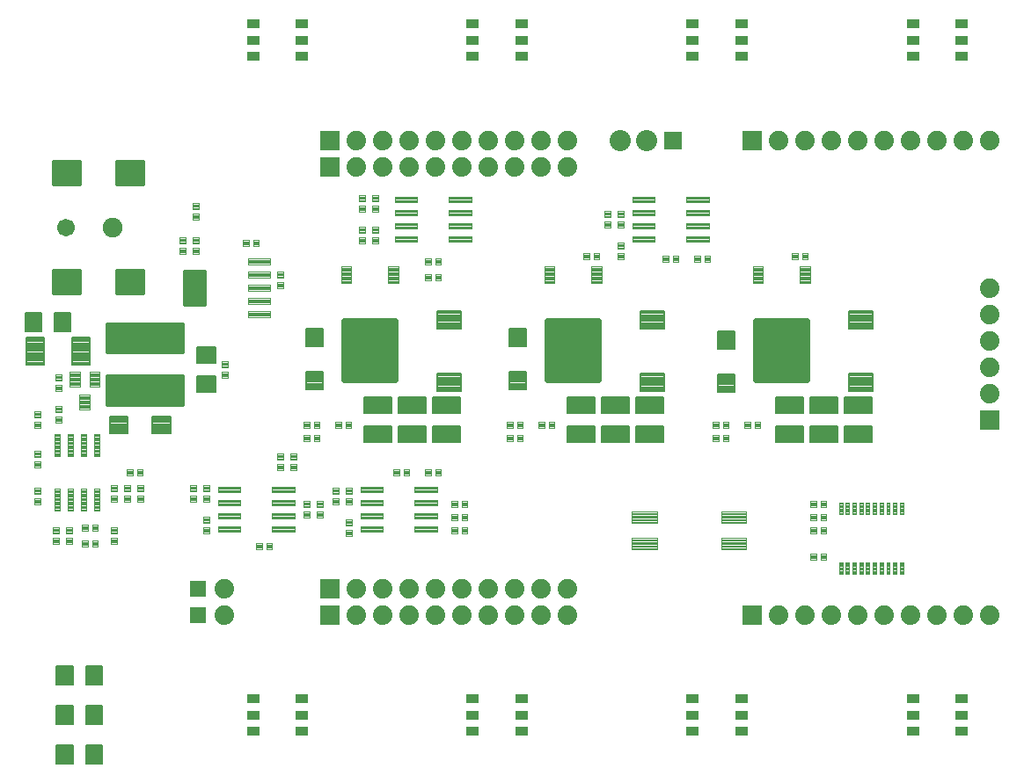
<source format=gts>
G75*
G70*
%OFA0B0*%
%FSLAX24Y24*%
%IPPOS*%
%LPD*%
%AMOC8*
5,1,8,0,0,1.08239X$1,22.5*
%
%ADD10C,0.0044*%
%ADD11C,0.0091*%
%ADD12C,0.0195*%
%ADD13C,0.0043*%
%ADD14C,0.0067*%
%ADD15C,0.0071*%
%ADD16R,0.0740X0.0740*%
%ADD17C,0.0740*%
%ADD18C,0.0075*%
%ADD19R,0.0512X0.0354*%
%ADD20C,0.0098*%
%ADD21C,0.0670*%
%ADD22C,0.0749*%
%ADD23C,0.0122*%
%ADD24C,0.0044*%
%ADD25R,0.0640X0.0640*%
%ADD26C,0.0048*%
%ADD27R,0.0700X0.0700*%
%ADD28C,0.0800*%
D10*
X018646Y028505D02*
X018646Y028721D01*
X018862Y028721D01*
X018862Y028505D01*
X018646Y028505D01*
X018646Y028548D02*
X018862Y028548D01*
X018862Y028591D02*
X018646Y028591D01*
X018646Y028634D02*
X018862Y028634D01*
X018862Y028677D02*
X018646Y028677D01*
X018646Y028720D02*
X018862Y028720D01*
X018646Y028899D02*
X018646Y029115D01*
X018862Y029115D01*
X018862Y028899D01*
X018646Y028899D01*
X018646Y028942D02*
X018862Y028942D01*
X018862Y028985D02*
X018646Y028985D01*
X018646Y029028D02*
X018862Y029028D01*
X018862Y029071D02*
X018646Y029071D01*
X018646Y029114D02*
X018862Y029114D01*
X019146Y029115D02*
X019146Y028899D01*
X019146Y029115D02*
X019362Y029115D01*
X019362Y028899D01*
X019146Y028899D01*
X019146Y028942D02*
X019362Y028942D01*
X019362Y028985D02*
X019146Y028985D01*
X019146Y029028D02*
X019362Y029028D01*
X019362Y029071D02*
X019146Y029071D01*
X019146Y029114D02*
X019362Y029114D01*
X019749Y029002D02*
X019965Y029002D01*
X019749Y029002D02*
X019749Y029218D01*
X019965Y029218D01*
X019965Y029002D01*
X019965Y029045D02*
X019749Y029045D01*
X019749Y029088D02*
X019965Y029088D01*
X019965Y029131D02*
X019749Y029131D01*
X019749Y029174D02*
X019965Y029174D01*
X019965Y029217D02*
X019749Y029217D01*
X020143Y029002D02*
X020359Y029002D01*
X020143Y029002D02*
X020143Y029218D01*
X020359Y029218D01*
X020359Y029002D01*
X020359Y029045D02*
X020143Y029045D01*
X020143Y029088D02*
X020359Y029088D01*
X020359Y029131D02*
X020143Y029131D01*
X020143Y029174D02*
X020359Y029174D01*
X020359Y029217D02*
X020143Y029217D01*
X020143Y028402D02*
X020359Y028402D01*
X020143Y028402D02*
X020143Y028618D01*
X020359Y028618D01*
X020359Y028402D01*
X020359Y028445D02*
X020143Y028445D01*
X020143Y028488D02*
X020359Y028488D01*
X020359Y028531D02*
X020143Y028531D01*
X020143Y028574D02*
X020359Y028574D01*
X020359Y028617D02*
X020143Y028617D01*
X019965Y028402D02*
X019749Y028402D01*
X019749Y028618D01*
X019965Y028618D01*
X019965Y028402D01*
X019965Y028445D02*
X019749Y028445D01*
X019749Y028488D02*
X019965Y028488D01*
X019965Y028531D02*
X019749Y028531D01*
X019749Y028574D02*
X019965Y028574D01*
X019965Y028617D02*
X019749Y028617D01*
X019146Y028721D02*
X019146Y028505D01*
X019146Y028721D02*
X019362Y028721D01*
X019362Y028505D01*
X019146Y028505D01*
X019146Y028548D02*
X019362Y028548D01*
X019362Y028591D02*
X019146Y028591D01*
X019146Y028634D02*
X019362Y028634D01*
X019362Y028677D02*
X019146Y028677D01*
X019146Y028720D02*
X019362Y028720D01*
X019412Y029763D02*
X019196Y029763D01*
X019196Y030609D01*
X019412Y030609D01*
X019412Y029763D01*
X019412Y029806D02*
X019196Y029806D01*
X019196Y029849D02*
X019412Y029849D01*
X019412Y029892D02*
X019196Y029892D01*
X019196Y029935D02*
X019412Y029935D01*
X019412Y029978D02*
X019196Y029978D01*
X019196Y030021D02*
X019412Y030021D01*
X019412Y030064D02*
X019196Y030064D01*
X019196Y030107D02*
X019412Y030107D01*
X019412Y030150D02*
X019196Y030150D01*
X019196Y030193D02*
X019412Y030193D01*
X019412Y030236D02*
X019196Y030236D01*
X019196Y030279D02*
X019412Y030279D01*
X019412Y030322D02*
X019196Y030322D01*
X019196Y030365D02*
X019412Y030365D01*
X019412Y030408D02*
X019196Y030408D01*
X019196Y030451D02*
X019412Y030451D01*
X019412Y030494D02*
X019196Y030494D01*
X019196Y030537D02*
X019412Y030537D01*
X019412Y030580D02*
X019196Y030580D01*
X018912Y029763D02*
X018696Y029763D01*
X018696Y030609D01*
X018912Y030609D01*
X018912Y029763D01*
X018912Y029806D02*
X018696Y029806D01*
X018696Y029849D02*
X018912Y029849D01*
X018912Y029892D02*
X018696Y029892D01*
X018696Y029935D02*
X018912Y029935D01*
X018912Y029978D02*
X018696Y029978D01*
X018696Y030021D02*
X018912Y030021D01*
X018912Y030064D02*
X018696Y030064D01*
X018696Y030107D02*
X018912Y030107D01*
X018912Y030150D02*
X018696Y030150D01*
X018696Y030193D02*
X018912Y030193D01*
X018912Y030236D02*
X018696Y030236D01*
X018696Y030279D02*
X018912Y030279D01*
X018912Y030322D02*
X018696Y030322D01*
X018696Y030365D02*
X018912Y030365D01*
X018912Y030408D02*
X018696Y030408D01*
X018696Y030451D02*
X018912Y030451D01*
X018912Y030494D02*
X018696Y030494D01*
X018696Y030537D02*
X018912Y030537D01*
X018912Y030580D02*
X018696Y030580D01*
X018162Y030615D02*
X018162Y030399D01*
X017946Y030399D01*
X017946Y030615D01*
X018162Y030615D01*
X018162Y030442D02*
X017946Y030442D01*
X017946Y030485D02*
X018162Y030485D01*
X018162Y030528D02*
X017946Y030528D01*
X017946Y030571D02*
X018162Y030571D01*
X018162Y030614D02*
X017946Y030614D01*
X018162Y030221D02*
X018162Y030005D01*
X017946Y030005D01*
X017946Y030221D01*
X018162Y030221D01*
X018162Y030048D02*
X017946Y030048D01*
X017946Y030091D02*
X018162Y030091D01*
X018162Y030134D02*
X017946Y030134D01*
X017946Y030177D02*
X018162Y030177D01*
X018162Y030220D02*
X017946Y030220D01*
X017946Y031405D02*
X017946Y031621D01*
X018162Y031621D01*
X018162Y031405D01*
X017946Y031405D01*
X017946Y031448D02*
X018162Y031448D01*
X018162Y031491D02*
X017946Y031491D01*
X017946Y031534D02*
X018162Y031534D01*
X018162Y031577D02*
X017946Y031577D01*
X017946Y031620D02*
X018162Y031620D01*
X017946Y031799D02*
X017946Y032015D01*
X018162Y032015D01*
X018162Y031799D01*
X017946Y031799D01*
X017946Y031842D02*
X018162Y031842D01*
X018162Y031885D02*
X017946Y031885D01*
X017946Y031928D02*
X018162Y031928D01*
X018162Y031971D02*
X017946Y031971D01*
X017946Y032014D02*
X018162Y032014D01*
X018696Y031811D02*
X018912Y031811D01*
X018696Y031811D02*
X018696Y032657D01*
X018912Y032657D01*
X018912Y031811D01*
X018912Y031854D02*
X018696Y031854D01*
X018696Y031897D02*
X018912Y031897D01*
X018912Y031940D02*
X018696Y031940D01*
X018696Y031983D02*
X018912Y031983D01*
X018912Y032026D02*
X018696Y032026D01*
X018696Y032069D02*
X018912Y032069D01*
X018912Y032112D02*
X018696Y032112D01*
X018696Y032155D02*
X018912Y032155D01*
X018912Y032198D02*
X018696Y032198D01*
X018696Y032241D02*
X018912Y032241D01*
X018912Y032284D02*
X018696Y032284D01*
X018696Y032327D02*
X018912Y032327D01*
X018912Y032370D02*
X018696Y032370D01*
X018696Y032413D02*
X018912Y032413D01*
X018912Y032456D02*
X018696Y032456D01*
X018696Y032499D02*
X018912Y032499D01*
X018912Y032542D02*
X018696Y032542D01*
X018696Y032585D02*
X018912Y032585D01*
X018912Y032628D02*
X018696Y032628D01*
X018962Y033105D02*
X018962Y033321D01*
X018962Y033105D02*
X018746Y033105D01*
X018746Y033321D01*
X018962Y033321D01*
X018962Y033148D02*
X018746Y033148D01*
X018746Y033191D02*
X018962Y033191D01*
X018962Y033234D02*
X018746Y033234D01*
X018746Y033277D02*
X018962Y033277D01*
X018962Y033320D02*
X018746Y033320D01*
X018962Y033499D02*
X018962Y033715D01*
X018962Y033499D02*
X018746Y033499D01*
X018746Y033715D01*
X018962Y033715D01*
X018962Y033542D02*
X018746Y033542D01*
X018746Y033585D02*
X018962Y033585D01*
X018962Y033628D02*
X018746Y033628D01*
X018746Y033671D02*
X018962Y033671D01*
X018962Y033714D02*
X018746Y033714D01*
X018962Y034305D02*
X018962Y034521D01*
X018962Y034305D02*
X018746Y034305D01*
X018746Y034521D01*
X018962Y034521D01*
X018962Y034348D02*
X018746Y034348D01*
X018746Y034391D02*
X018962Y034391D01*
X018962Y034434D02*
X018746Y034434D01*
X018746Y034477D02*
X018962Y034477D01*
X018962Y034520D02*
X018746Y034520D01*
X018962Y034699D02*
X018962Y034915D01*
X018962Y034699D02*
X018746Y034699D01*
X018746Y034915D01*
X018962Y034915D01*
X018962Y034742D02*
X018746Y034742D01*
X018746Y034785D02*
X018962Y034785D01*
X018962Y034828D02*
X018746Y034828D01*
X018746Y034871D02*
X018962Y034871D01*
X018962Y034914D02*
X018746Y034914D01*
X018162Y033515D02*
X018162Y033299D01*
X017946Y033299D01*
X017946Y033515D01*
X018162Y033515D01*
X018162Y033342D02*
X017946Y033342D01*
X017946Y033385D02*
X018162Y033385D01*
X018162Y033428D02*
X017946Y033428D01*
X017946Y033471D02*
X018162Y033471D01*
X018162Y033514D02*
X017946Y033514D01*
X018162Y033121D02*
X018162Y032905D01*
X017946Y032905D01*
X017946Y033121D01*
X018162Y033121D01*
X018162Y032948D02*
X017946Y032948D01*
X017946Y032991D02*
X018162Y032991D01*
X018162Y033034D02*
X017946Y033034D01*
X017946Y033077D02*
X018162Y033077D01*
X018162Y033120D02*
X017946Y033120D01*
X019196Y031811D02*
X019412Y031811D01*
X019196Y031811D02*
X019196Y032657D01*
X019412Y032657D01*
X019412Y031811D01*
X019412Y031854D02*
X019196Y031854D01*
X019196Y031897D02*
X019412Y031897D01*
X019412Y031940D02*
X019196Y031940D01*
X019196Y031983D02*
X019412Y031983D01*
X019412Y032026D02*
X019196Y032026D01*
X019196Y032069D02*
X019412Y032069D01*
X019412Y032112D02*
X019196Y032112D01*
X019196Y032155D02*
X019412Y032155D01*
X019412Y032198D02*
X019196Y032198D01*
X019196Y032241D02*
X019412Y032241D01*
X019412Y032284D02*
X019196Y032284D01*
X019196Y032327D02*
X019412Y032327D01*
X019412Y032370D02*
X019196Y032370D01*
X019196Y032413D02*
X019412Y032413D01*
X019412Y032456D02*
X019196Y032456D01*
X019196Y032499D02*
X019412Y032499D01*
X019412Y032542D02*
X019196Y032542D01*
X019196Y032585D02*
X019412Y032585D01*
X019412Y032628D02*
X019196Y032628D01*
X019696Y031811D02*
X019912Y031811D01*
X019696Y031811D02*
X019696Y032657D01*
X019912Y032657D01*
X019912Y031811D01*
X019912Y031854D02*
X019696Y031854D01*
X019696Y031897D02*
X019912Y031897D01*
X019912Y031940D02*
X019696Y031940D01*
X019696Y031983D02*
X019912Y031983D01*
X019912Y032026D02*
X019696Y032026D01*
X019696Y032069D02*
X019912Y032069D01*
X019912Y032112D02*
X019696Y032112D01*
X019696Y032155D02*
X019912Y032155D01*
X019912Y032198D02*
X019696Y032198D01*
X019696Y032241D02*
X019912Y032241D01*
X019912Y032284D02*
X019696Y032284D01*
X019696Y032327D02*
X019912Y032327D01*
X019912Y032370D02*
X019696Y032370D01*
X019696Y032413D02*
X019912Y032413D01*
X019912Y032456D02*
X019696Y032456D01*
X019696Y032499D02*
X019912Y032499D01*
X019912Y032542D02*
X019696Y032542D01*
X019696Y032585D02*
X019912Y032585D01*
X019912Y032628D02*
X019696Y032628D01*
X020196Y031811D02*
X020412Y031811D01*
X020196Y031811D02*
X020196Y032657D01*
X020412Y032657D01*
X020412Y031811D01*
X020412Y031854D02*
X020196Y031854D01*
X020196Y031897D02*
X020412Y031897D01*
X020412Y031940D02*
X020196Y031940D01*
X020196Y031983D02*
X020412Y031983D01*
X020412Y032026D02*
X020196Y032026D01*
X020196Y032069D02*
X020412Y032069D01*
X020412Y032112D02*
X020196Y032112D01*
X020196Y032155D02*
X020412Y032155D01*
X020412Y032198D02*
X020196Y032198D01*
X020196Y032241D02*
X020412Y032241D01*
X020412Y032284D02*
X020196Y032284D01*
X020196Y032327D02*
X020412Y032327D01*
X020412Y032370D02*
X020196Y032370D01*
X020196Y032413D02*
X020412Y032413D01*
X020412Y032456D02*
X020196Y032456D01*
X020196Y032499D02*
X020412Y032499D01*
X020412Y032542D02*
X020196Y032542D01*
X020196Y032585D02*
X020412Y032585D01*
X020412Y032628D02*
X020196Y032628D01*
X021449Y031318D02*
X021665Y031318D01*
X021665Y031102D01*
X021449Y031102D01*
X021449Y031318D01*
X021449Y031145D02*
X021665Y031145D01*
X021665Y031188D02*
X021449Y031188D01*
X021449Y031231D02*
X021665Y031231D01*
X021665Y031274D02*
X021449Y031274D01*
X021449Y031317D02*
X021665Y031317D01*
X021843Y031318D02*
X022059Y031318D01*
X022059Y031102D01*
X021843Y031102D01*
X021843Y031318D01*
X021843Y031145D02*
X022059Y031145D01*
X022059Y031188D02*
X021843Y031188D01*
X021843Y031231D02*
X022059Y031231D01*
X022059Y031274D02*
X021843Y031274D01*
X021843Y031317D02*
X022059Y031317D01*
X021846Y030715D02*
X021846Y030499D01*
X021846Y030715D02*
X022062Y030715D01*
X022062Y030499D01*
X021846Y030499D01*
X021846Y030542D02*
X022062Y030542D01*
X022062Y030585D02*
X021846Y030585D01*
X021846Y030628D02*
X022062Y030628D01*
X022062Y030671D02*
X021846Y030671D01*
X021846Y030714D02*
X022062Y030714D01*
X021846Y030321D02*
X021846Y030105D01*
X021846Y030321D02*
X022062Y030321D01*
X022062Y030105D01*
X021846Y030105D01*
X021846Y030148D02*
X022062Y030148D01*
X022062Y030191D02*
X021846Y030191D01*
X021846Y030234D02*
X022062Y030234D01*
X022062Y030277D02*
X021846Y030277D01*
X021846Y030320D02*
X022062Y030320D01*
X021346Y030321D02*
X021346Y030105D01*
X021346Y030321D02*
X021562Y030321D01*
X021562Y030105D01*
X021346Y030105D01*
X021346Y030148D02*
X021562Y030148D01*
X021562Y030191D02*
X021346Y030191D01*
X021346Y030234D02*
X021562Y030234D01*
X021562Y030277D02*
X021346Y030277D01*
X021346Y030320D02*
X021562Y030320D01*
X021346Y030499D02*
X021346Y030715D01*
X021562Y030715D01*
X021562Y030499D01*
X021346Y030499D01*
X021346Y030542D02*
X021562Y030542D01*
X021562Y030585D02*
X021346Y030585D01*
X021346Y030628D02*
X021562Y030628D01*
X021562Y030671D02*
X021346Y030671D01*
X021346Y030714D02*
X021562Y030714D01*
X020846Y030715D02*
X020846Y030499D01*
X020846Y030715D02*
X021062Y030715D01*
X021062Y030499D01*
X020846Y030499D01*
X020846Y030542D02*
X021062Y030542D01*
X021062Y030585D02*
X020846Y030585D01*
X020846Y030628D02*
X021062Y030628D01*
X021062Y030671D02*
X020846Y030671D01*
X020846Y030714D02*
X021062Y030714D01*
X020846Y030321D02*
X020846Y030105D01*
X020846Y030321D02*
X021062Y030321D01*
X021062Y030105D01*
X020846Y030105D01*
X020846Y030148D02*
X021062Y030148D01*
X021062Y030191D02*
X020846Y030191D01*
X020846Y030234D02*
X021062Y030234D01*
X021062Y030277D02*
X020846Y030277D01*
X020846Y030320D02*
X021062Y030320D01*
X020412Y029763D02*
X020196Y029763D01*
X020196Y030609D01*
X020412Y030609D01*
X020412Y029763D01*
X020412Y029806D02*
X020196Y029806D01*
X020196Y029849D02*
X020412Y029849D01*
X020412Y029892D02*
X020196Y029892D01*
X020196Y029935D02*
X020412Y029935D01*
X020412Y029978D02*
X020196Y029978D01*
X020196Y030021D02*
X020412Y030021D01*
X020412Y030064D02*
X020196Y030064D01*
X020196Y030107D02*
X020412Y030107D01*
X020412Y030150D02*
X020196Y030150D01*
X020196Y030193D02*
X020412Y030193D01*
X020412Y030236D02*
X020196Y030236D01*
X020196Y030279D02*
X020412Y030279D01*
X020412Y030322D02*
X020196Y030322D01*
X020196Y030365D02*
X020412Y030365D01*
X020412Y030408D02*
X020196Y030408D01*
X020196Y030451D02*
X020412Y030451D01*
X020412Y030494D02*
X020196Y030494D01*
X020196Y030537D02*
X020412Y030537D01*
X020412Y030580D02*
X020196Y030580D01*
X019912Y029763D02*
X019696Y029763D01*
X019696Y030609D01*
X019912Y030609D01*
X019912Y029763D01*
X019912Y029806D02*
X019696Y029806D01*
X019696Y029849D02*
X019912Y029849D01*
X019912Y029892D02*
X019696Y029892D01*
X019696Y029935D02*
X019912Y029935D01*
X019912Y029978D02*
X019696Y029978D01*
X019696Y030021D02*
X019912Y030021D01*
X019912Y030064D02*
X019696Y030064D01*
X019696Y030107D02*
X019912Y030107D01*
X019912Y030150D02*
X019696Y030150D01*
X019696Y030193D02*
X019912Y030193D01*
X019912Y030236D02*
X019696Y030236D01*
X019696Y030279D02*
X019912Y030279D01*
X019912Y030322D02*
X019696Y030322D01*
X019696Y030365D02*
X019912Y030365D01*
X019912Y030408D02*
X019696Y030408D01*
X019696Y030451D02*
X019912Y030451D01*
X019912Y030494D02*
X019696Y030494D01*
X019696Y030537D02*
X019912Y030537D01*
X019912Y030580D02*
X019696Y030580D01*
X020846Y029115D02*
X020846Y028899D01*
X020846Y029115D02*
X021062Y029115D01*
X021062Y028899D01*
X020846Y028899D01*
X020846Y028942D02*
X021062Y028942D01*
X021062Y028985D02*
X020846Y028985D01*
X020846Y029028D02*
X021062Y029028D01*
X021062Y029071D02*
X020846Y029071D01*
X020846Y029114D02*
X021062Y029114D01*
X020846Y028721D02*
X020846Y028505D01*
X020846Y028721D02*
X021062Y028721D01*
X021062Y028505D01*
X020846Y028505D01*
X020846Y028548D02*
X021062Y028548D01*
X021062Y028591D02*
X020846Y028591D01*
X020846Y028634D02*
X021062Y028634D01*
X021062Y028677D02*
X020846Y028677D01*
X020846Y028720D02*
X021062Y028720D01*
X024062Y030105D02*
X024062Y030321D01*
X024062Y030105D02*
X023846Y030105D01*
X023846Y030321D01*
X024062Y030321D01*
X024062Y030148D02*
X023846Y030148D01*
X023846Y030191D02*
X024062Y030191D01*
X024062Y030234D02*
X023846Y030234D01*
X023846Y030277D02*
X024062Y030277D01*
X024062Y030320D02*
X023846Y030320D01*
X024062Y030499D02*
X024062Y030715D01*
X024062Y030499D02*
X023846Y030499D01*
X023846Y030715D01*
X024062Y030715D01*
X024062Y030542D02*
X023846Y030542D01*
X023846Y030585D02*
X024062Y030585D01*
X024062Y030628D02*
X023846Y030628D01*
X023846Y030671D02*
X024062Y030671D01*
X024062Y030714D02*
X023846Y030714D01*
X024346Y030715D02*
X024346Y030499D01*
X024346Y030715D02*
X024562Y030715D01*
X024562Y030499D01*
X024346Y030499D01*
X024346Y030542D02*
X024562Y030542D01*
X024562Y030585D02*
X024346Y030585D01*
X024346Y030628D02*
X024562Y030628D01*
X024562Y030671D02*
X024346Y030671D01*
X024346Y030714D02*
X024562Y030714D01*
X024346Y030321D02*
X024346Y030105D01*
X024346Y030321D02*
X024562Y030321D01*
X024562Y030105D01*
X024346Y030105D01*
X024346Y030148D02*
X024562Y030148D01*
X024562Y030191D02*
X024346Y030191D01*
X024346Y030234D02*
X024562Y030234D01*
X024562Y030277D02*
X024346Y030277D01*
X024346Y030320D02*
X024562Y030320D01*
X024907Y030452D02*
X024907Y030668D01*
X025753Y030668D01*
X025753Y030452D01*
X024907Y030452D01*
X024907Y030495D02*
X025753Y030495D01*
X025753Y030538D02*
X024907Y030538D01*
X024907Y030581D02*
X025753Y030581D01*
X025753Y030624D02*
X024907Y030624D01*
X024907Y030667D02*
X025753Y030667D01*
X024907Y030168D02*
X024907Y029952D01*
X024907Y030168D02*
X025753Y030168D01*
X025753Y029952D01*
X024907Y029952D01*
X024907Y029995D02*
X025753Y029995D01*
X025753Y030038D02*
X024907Y030038D01*
X024907Y030081D02*
X025753Y030081D01*
X025753Y030124D02*
X024907Y030124D01*
X024907Y030167D02*
X025753Y030167D01*
X024907Y029668D02*
X024907Y029452D01*
X024907Y029668D02*
X025753Y029668D01*
X025753Y029452D01*
X024907Y029452D01*
X024907Y029495D02*
X025753Y029495D01*
X025753Y029538D02*
X024907Y029538D01*
X024907Y029581D02*
X025753Y029581D01*
X025753Y029624D02*
X024907Y029624D01*
X024907Y029667D02*
X025753Y029667D01*
X024907Y029168D02*
X024907Y028952D01*
X024907Y029168D02*
X025753Y029168D01*
X025753Y028952D01*
X024907Y028952D01*
X024907Y028995D02*
X025753Y028995D01*
X025753Y029038D02*
X024907Y029038D01*
X024907Y029081D02*
X025753Y029081D01*
X025753Y029124D02*
X024907Y029124D01*
X024907Y029167D02*
X025753Y029167D01*
X026349Y028302D02*
X026565Y028302D01*
X026349Y028302D02*
X026349Y028518D01*
X026565Y028518D01*
X026565Y028302D01*
X026565Y028345D02*
X026349Y028345D01*
X026349Y028388D02*
X026565Y028388D01*
X026565Y028431D02*
X026349Y028431D01*
X026349Y028474D02*
X026565Y028474D01*
X026565Y028517D02*
X026349Y028517D01*
X026743Y028302D02*
X026959Y028302D01*
X026743Y028302D02*
X026743Y028518D01*
X026959Y028518D01*
X026959Y028302D01*
X026959Y028345D02*
X026743Y028345D01*
X026743Y028388D02*
X026959Y028388D01*
X026959Y028431D02*
X026743Y028431D01*
X026743Y028474D02*
X026959Y028474D01*
X026959Y028517D02*
X026743Y028517D01*
X026955Y028952D02*
X026955Y029168D01*
X027801Y029168D01*
X027801Y028952D01*
X026955Y028952D01*
X026955Y028995D02*
X027801Y028995D01*
X027801Y029038D02*
X026955Y029038D01*
X026955Y029081D02*
X027801Y029081D01*
X027801Y029124D02*
X026955Y029124D01*
X026955Y029167D02*
X027801Y029167D01*
X026955Y029452D02*
X026955Y029668D01*
X027801Y029668D01*
X027801Y029452D01*
X026955Y029452D01*
X026955Y029495D02*
X027801Y029495D01*
X027801Y029538D02*
X026955Y029538D01*
X026955Y029581D02*
X027801Y029581D01*
X027801Y029624D02*
X026955Y029624D01*
X026955Y029667D02*
X027801Y029667D01*
X028362Y029721D02*
X028362Y029505D01*
X028146Y029505D01*
X028146Y029721D01*
X028362Y029721D01*
X028362Y029548D02*
X028146Y029548D01*
X028146Y029591D02*
X028362Y029591D01*
X028362Y029634D02*
X028146Y029634D01*
X028146Y029677D02*
X028362Y029677D01*
X028362Y029720D02*
X028146Y029720D01*
X028362Y029899D02*
X028362Y030115D01*
X028362Y029899D02*
X028146Y029899D01*
X028146Y030115D01*
X028362Y030115D01*
X028362Y029942D02*
X028146Y029942D01*
X028146Y029985D02*
X028362Y029985D01*
X028362Y030028D02*
X028146Y030028D01*
X028146Y030071D02*
X028362Y030071D01*
X028362Y030114D02*
X028146Y030114D01*
X028646Y030115D02*
X028646Y029899D01*
X028646Y030115D02*
X028862Y030115D01*
X028862Y029899D01*
X028646Y029899D01*
X028646Y029942D02*
X028862Y029942D01*
X028862Y029985D02*
X028646Y029985D01*
X028646Y030028D02*
X028862Y030028D01*
X028862Y030071D02*
X028646Y030071D01*
X028646Y030114D02*
X028862Y030114D01*
X029246Y030221D02*
X029246Y030005D01*
X029246Y030221D02*
X029462Y030221D01*
X029462Y030005D01*
X029246Y030005D01*
X029246Y030048D02*
X029462Y030048D01*
X029462Y030091D02*
X029246Y030091D01*
X029246Y030134D02*
X029462Y030134D01*
X029462Y030177D02*
X029246Y030177D01*
X029246Y030220D02*
X029462Y030220D01*
X029246Y030399D02*
X029246Y030615D01*
X029462Y030615D01*
X029462Y030399D01*
X029246Y030399D01*
X029246Y030442D02*
X029462Y030442D01*
X029462Y030485D02*
X029246Y030485D01*
X029246Y030528D02*
X029462Y030528D01*
X029462Y030571D02*
X029246Y030571D01*
X029246Y030614D02*
X029462Y030614D01*
X029962Y030615D02*
X029962Y030399D01*
X029746Y030399D01*
X029746Y030615D01*
X029962Y030615D01*
X029962Y030442D02*
X029746Y030442D01*
X029746Y030485D02*
X029962Y030485D01*
X029962Y030528D02*
X029746Y030528D01*
X029746Y030571D02*
X029962Y030571D01*
X029962Y030614D02*
X029746Y030614D01*
X029962Y030221D02*
X029962Y030005D01*
X029746Y030005D01*
X029746Y030221D01*
X029962Y030221D01*
X029962Y030048D02*
X029746Y030048D01*
X029746Y030091D02*
X029962Y030091D01*
X029962Y030134D02*
X029746Y030134D01*
X029746Y030177D02*
X029962Y030177D01*
X029962Y030220D02*
X029746Y030220D01*
X029962Y029415D02*
X029962Y029199D01*
X029746Y029199D01*
X029746Y029415D01*
X029962Y029415D01*
X029962Y029242D02*
X029746Y029242D01*
X029746Y029285D02*
X029962Y029285D01*
X029962Y029328D02*
X029746Y029328D01*
X029746Y029371D02*
X029962Y029371D01*
X029962Y029414D02*
X029746Y029414D01*
X029962Y029021D02*
X029962Y028805D01*
X029746Y028805D01*
X029746Y029021D01*
X029962Y029021D01*
X029962Y028848D02*
X029746Y028848D01*
X029746Y028891D02*
X029962Y028891D01*
X029962Y028934D02*
X029746Y028934D01*
X029746Y028977D02*
X029962Y028977D01*
X029962Y029020D02*
X029746Y029020D01*
X030307Y028952D02*
X030307Y029168D01*
X031153Y029168D01*
X031153Y028952D01*
X030307Y028952D01*
X030307Y028995D02*
X031153Y028995D01*
X031153Y029038D02*
X030307Y029038D01*
X030307Y029081D02*
X031153Y029081D01*
X031153Y029124D02*
X030307Y029124D01*
X030307Y029167D02*
X031153Y029167D01*
X030307Y029452D02*
X030307Y029668D01*
X031153Y029668D01*
X031153Y029452D01*
X030307Y029452D01*
X030307Y029495D02*
X031153Y029495D01*
X031153Y029538D02*
X030307Y029538D01*
X030307Y029581D02*
X031153Y029581D01*
X031153Y029624D02*
X030307Y029624D01*
X030307Y029667D02*
X031153Y029667D01*
X030307Y029952D02*
X030307Y030168D01*
X031153Y030168D01*
X031153Y029952D01*
X030307Y029952D01*
X030307Y029995D02*
X031153Y029995D01*
X031153Y030038D02*
X030307Y030038D01*
X030307Y030081D02*
X031153Y030081D01*
X031153Y030124D02*
X030307Y030124D01*
X030307Y030167D02*
X031153Y030167D01*
X030307Y030452D02*
X030307Y030668D01*
X031153Y030668D01*
X031153Y030452D01*
X030307Y030452D01*
X030307Y030495D02*
X031153Y030495D01*
X031153Y030538D02*
X030307Y030538D01*
X030307Y030581D02*
X031153Y030581D01*
X031153Y030624D02*
X030307Y030624D01*
X030307Y030667D02*
X031153Y030667D01*
X031549Y031318D02*
X031765Y031318D01*
X031765Y031102D01*
X031549Y031102D01*
X031549Y031318D01*
X031549Y031145D02*
X031765Y031145D01*
X031765Y031188D02*
X031549Y031188D01*
X031549Y031231D02*
X031765Y031231D01*
X031765Y031274D02*
X031549Y031274D01*
X031549Y031317D02*
X031765Y031317D01*
X031943Y031318D02*
X032159Y031318D01*
X032159Y031102D01*
X031943Y031102D01*
X031943Y031318D01*
X031943Y031145D02*
X032159Y031145D01*
X032159Y031188D02*
X031943Y031188D01*
X031943Y031231D02*
X032159Y031231D01*
X032159Y031274D02*
X031943Y031274D01*
X031943Y031317D02*
X032159Y031317D01*
X032749Y031102D02*
X032965Y031102D01*
X032749Y031102D02*
X032749Y031318D01*
X032965Y031318D01*
X032965Y031102D01*
X032965Y031145D02*
X032749Y031145D01*
X032749Y031188D02*
X032965Y031188D01*
X032965Y031231D02*
X032749Y031231D01*
X032749Y031274D02*
X032965Y031274D01*
X032965Y031317D02*
X032749Y031317D01*
X033143Y031102D02*
X033359Y031102D01*
X033143Y031102D02*
X033143Y031318D01*
X033359Y031318D01*
X033359Y031102D01*
X033359Y031145D02*
X033143Y031145D01*
X033143Y031188D02*
X033359Y031188D01*
X033359Y031231D02*
X033143Y031231D01*
X033143Y031274D02*
X033359Y031274D01*
X033359Y031317D02*
X033143Y031317D01*
X032355Y030668D02*
X032355Y030452D01*
X032355Y030668D02*
X033201Y030668D01*
X033201Y030452D01*
X032355Y030452D01*
X032355Y030495D02*
X033201Y030495D01*
X033201Y030538D02*
X032355Y030538D01*
X032355Y030581D02*
X033201Y030581D01*
X033201Y030624D02*
X032355Y030624D01*
X032355Y030667D02*
X033201Y030667D01*
X032355Y030168D02*
X032355Y029952D01*
X032355Y030168D02*
X033201Y030168D01*
X033201Y029952D01*
X032355Y029952D01*
X032355Y029995D02*
X033201Y029995D01*
X033201Y030038D02*
X032355Y030038D01*
X032355Y030081D02*
X033201Y030081D01*
X033201Y030124D02*
X032355Y030124D01*
X032355Y030167D02*
X033201Y030167D01*
X033749Y030118D02*
X033965Y030118D01*
X033965Y029902D01*
X033749Y029902D01*
X033749Y030118D01*
X033749Y029945D02*
X033965Y029945D01*
X033965Y029988D02*
X033749Y029988D01*
X033749Y030031D02*
X033965Y030031D01*
X033965Y030074D02*
X033749Y030074D01*
X033749Y030117D02*
X033965Y030117D01*
X034143Y030118D02*
X034359Y030118D01*
X034359Y029902D01*
X034143Y029902D01*
X034143Y030118D01*
X034143Y029945D02*
X034359Y029945D01*
X034359Y029988D02*
X034143Y029988D01*
X034143Y030031D02*
X034359Y030031D01*
X034359Y030074D02*
X034143Y030074D01*
X034143Y030117D02*
X034359Y030117D01*
X034359Y029402D02*
X034143Y029402D01*
X034143Y029618D01*
X034359Y029618D01*
X034359Y029402D01*
X034359Y029445D02*
X034143Y029445D01*
X034143Y029488D02*
X034359Y029488D01*
X034359Y029531D02*
X034143Y029531D01*
X034143Y029574D02*
X034359Y029574D01*
X034359Y029617D02*
X034143Y029617D01*
X033965Y029402D02*
X033749Y029402D01*
X033749Y029618D01*
X033965Y029618D01*
X033965Y029402D01*
X033965Y029445D02*
X033749Y029445D01*
X033749Y029488D02*
X033965Y029488D01*
X033965Y029531D02*
X033749Y029531D01*
X033749Y029574D02*
X033965Y029574D01*
X033965Y029617D02*
X033749Y029617D01*
X033749Y029118D02*
X033965Y029118D01*
X033965Y028902D01*
X033749Y028902D01*
X033749Y029118D01*
X033749Y028945D02*
X033965Y028945D01*
X033965Y028988D02*
X033749Y028988D01*
X033749Y029031D02*
X033965Y029031D01*
X033965Y029074D02*
X033749Y029074D01*
X033749Y029117D02*
X033965Y029117D01*
X034143Y029118D02*
X034359Y029118D01*
X034359Y028902D01*
X034143Y028902D01*
X034143Y029118D01*
X034143Y028945D02*
X034359Y028945D01*
X034359Y028988D02*
X034143Y028988D01*
X034143Y029031D02*
X034359Y029031D01*
X034359Y029074D02*
X034143Y029074D01*
X034143Y029117D02*
X034359Y029117D01*
X032355Y029168D02*
X032355Y028952D01*
X032355Y029168D02*
X033201Y029168D01*
X033201Y028952D01*
X032355Y028952D01*
X032355Y028995D02*
X033201Y028995D01*
X033201Y029038D02*
X032355Y029038D01*
X032355Y029081D02*
X033201Y029081D01*
X033201Y029124D02*
X032355Y029124D01*
X032355Y029167D02*
X033201Y029167D01*
X032355Y029452D02*
X032355Y029668D01*
X033201Y029668D01*
X033201Y029452D01*
X032355Y029452D01*
X032355Y029495D02*
X033201Y029495D01*
X033201Y029538D02*
X032355Y029538D01*
X032355Y029581D02*
X033201Y029581D01*
X033201Y029624D02*
X032355Y029624D01*
X032355Y029667D02*
X033201Y029667D01*
X035849Y032618D02*
X036065Y032618D01*
X036065Y032402D01*
X035849Y032402D01*
X035849Y032618D01*
X035849Y032445D02*
X036065Y032445D01*
X036065Y032488D02*
X035849Y032488D01*
X035849Y032531D02*
X036065Y032531D01*
X036065Y032574D02*
X035849Y032574D01*
X035849Y032617D02*
X036065Y032617D01*
X036243Y032618D02*
X036459Y032618D01*
X036459Y032402D01*
X036243Y032402D01*
X036243Y032618D01*
X036243Y032445D02*
X036459Y032445D01*
X036459Y032488D02*
X036243Y032488D01*
X036243Y032531D02*
X036459Y032531D01*
X036459Y032574D02*
X036243Y032574D01*
X036243Y032617D02*
X036459Y032617D01*
X036459Y032902D02*
X036243Y032902D01*
X036243Y033118D01*
X036459Y033118D01*
X036459Y032902D01*
X036459Y032945D02*
X036243Y032945D01*
X036243Y032988D02*
X036459Y032988D01*
X036459Y033031D02*
X036243Y033031D01*
X036243Y033074D02*
X036459Y033074D01*
X036459Y033117D02*
X036243Y033117D01*
X036065Y032902D02*
X035849Y032902D01*
X035849Y033118D01*
X036065Y033118D01*
X036065Y032902D01*
X036065Y032945D02*
X035849Y032945D01*
X035849Y032988D02*
X036065Y032988D01*
X036065Y033031D02*
X035849Y033031D01*
X035849Y033074D02*
X036065Y033074D01*
X036065Y033117D02*
X035849Y033117D01*
X037049Y032902D02*
X037265Y032902D01*
X037049Y032902D02*
X037049Y033118D01*
X037265Y033118D01*
X037265Y032902D01*
X037265Y032945D02*
X037049Y032945D01*
X037049Y032988D02*
X037265Y032988D01*
X037265Y033031D02*
X037049Y033031D01*
X037049Y033074D02*
X037265Y033074D01*
X037265Y033117D02*
X037049Y033117D01*
X037443Y032902D02*
X037659Y032902D01*
X037443Y032902D02*
X037443Y033118D01*
X037659Y033118D01*
X037659Y032902D01*
X037659Y032945D02*
X037443Y032945D01*
X037443Y032988D02*
X037659Y032988D01*
X037659Y033031D02*
X037443Y033031D01*
X037443Y033074D02*
X037659Y033074D01*
X037659Y033117D02*
X037443Y033117D01*
X033359Y038718D02*
X033143Y038718D01*
X033359Y038718D02*
X033359Y038502D01*
X033143Y038502D01*
X033143Y038718D01*
X033143Y038545D02*
X033359Y038545D01*
X033359Y038588D02*
X033143Y038588D01*
X033143Y038631D02*
X033359Y038631D01*
X033359Y038674D02*
X033143Y038674D01*
X033143Y038717D02*
X033359Y038717D01*
X033359Y039318D02*
X033143Y039318D01*
X033359Y039318D02*
X033359Y039102D01*
X033143Y039102D01*
X033143Y039318D01*
X033143Y039145D02*
X033359Y039145D01*
X033359Y039188D02*
X033143Y039188D01*
X033143Y039231D02*
X033359Y039231D01*
X033359Y039274D02*
X033143Y039274D01*
X033143Y039317D02*
X033359Y039317D01*
X032965Y039318D02*
X032749Y039318D01*
X032965Y039318D02*
X032965Y039102D01*
X032749Y039102D01*
X032749Y039318D01*
X032749Y039145D02*
X032965Y039145D01*
X032965Y039188D02*
X032749Y039188D01*
X032749Y039231D02*
X032965Y039231D01*
X032965Y039274D02*
X032749Y039274D01*
X032749Y039317D02*
X032965Y039317D01*
X032965Y038718D02*
X032749Y038718D01*
X032965Y038718D02*
X032965Y038502D01*
X032749Y038502D01*
X032749Y038718D01*
X032749Y038545D02*
X032965Y038545D01*
X032965Y038588D02*
X032749Y038588D01*
X032749Y038631D02*
X032965Y038631D01*
X032965Y038674D02*
X032749Y038674D01*
X032749Y038717D02*
X032965Y038717D01*
X031607Y039952D02*
X031607Y040168D01*
X032453Y040168D01*
X032453Y039952D01*
X031607Y039952D01*
X031607Y039995D02*
X032453Y039995D01*
X032453Y040038D02*
X031607Y040038D01*
X031607Y040081D02*
X032453Y040081D01*
X032453Y040124D02*
X031607Y040124D01*
X031607Y040167D02*
X032453Y040167D01*
X031607Y040452D02*
X031607Y040668D01*
X032453Y040668D01*
X032453Y040452D01*
X031607Y040452D01*
X031607Y040495D02*
X032453Y040495D01*
X032453Y040538D02*
X031607Y040538D01*
X031607Y040581D02*
X032453Y040581D01*
X032453Y040624D02*
X031607Y040624D01*
X031607Y040667D02*
X032453Y040667D01*
X031607Y040952D02*
X031607Y041168D01*
X032453Y041168D01*
X032453Y040952D01*
X031607Y040952D01*
X031607Y040995D02*
X032453Y040995D01*
X032453Y041038D02*
X031607Y041038D01*
X031607Y041081D02*
X032453Y041081D01*
X032453Y041124D02*
X031607Y041124D01*
X031607Y041167D02*
X032453Y041167D01*
X031607Y041452D02*
X031607Y041668D01*
X032453Y041668D01*
X032453Y041452D01*
X031607Y041452D01*
X031607Y041495D02*
X032453Y041495D01*
X032453Y041538D02*
X031607Y041538D01*
X031607Y041581D02*
X032453Y041581D01*
X032453Y041624D02*
X031607Y041624D01*
X031607Y041667D02*
X032453Y041667D01*
X030962Y041715D02*
X030962Y041499D01*
X030746Y041499D01*
X030746Y041715D01*
X030962Y041715D01*
X030962Y041542D02*
X030746Y041542D01*
X030746Y041585D02*
X030962Y041585D01*
X030962Y041628D02*
X030746Y041628D01*
X030746Y041671D02*
X030962Y041671D01*
X030962Y041714D02*
X030746Y041714D01*
X030462Y041715D02*
X030462Y041499D01*
X030246Y041499D01*
X030246Y041715D01*
X030462Y041715D01*
X030462Y041542D02*
X030246Y041542D01*
X030246Y041585D02*
X030462Y041585D01*
X030462Y041628D02*
X030246Y041628D01*
X030246Y041671D02*
X030462Y041671D01*
X030462Y041714D02*
X030246Y041714D01*
X030462Y041321D02*
X030462Y041105D01*
X030246Y041105D01*
X030246Y041321D01*
X030462Y041321D01*
X030462Y041148D02*
X030246Y041148D01*
X030246Y041191D02*
X030462Y041191D01*
X030462Y041234D02*
X030246Y041234D01*
X030246Y041277D02*
X030462Y041277D01*
X030462Y041320D02*
X030246Y041320D01*
X030962Y041321D02*
X030962Y041105D01*
X030746Y041105D01*
X030746Y041321D01*
X030962Y041321D01*
X030962Y041148D02*
X030746Y041148D01*
X030746Y041191D02*
X030962Y041191D01*
X030962Y041234D02*
X030746Y041234D01*
X030746Y041277D02*
X030962Y041277D01*
X030962Y041320D02*
X030746Y041320D01*
X030746Y040515D02*
X030746Y040299D01*
X030746Y040515D02*
X030962Y040515D01*
X030962Y040299D01*
X030746Y040299D01*
X030746Y040342D02*
X030962Y040342D01*
X030962Y040385D02*
X030746Y040385D01*
X030746Y040428D02*
X030962Y040428D01*
X030962Y040471D02*
X030746Y040471D01*
X030746Y040514D02*
X030962Y040514D01*
X030746Y040121D02*
X030746Y039905D01*
X030746Y040121D02*
X030962Y040121D01*
X030962Y039905D01*
X030746Y039905D01*
X030746Y039948D02*
X030962Y039948D01*
X030962Y039991D02*
X030746Y039991D01*
X030746Y040034D02*
X030962Y040034D01*
X030962Y040077D02*
X030746Y040077D01*
X030746Y040120D02*
X030962Y040120D01*
X030246Y040121D02*
X030246Y039905D01*
X030246Y040121D02*
X030462Y040121D01*
X030462Y039905D01*
X030246Y039905D01*
X030246Y039948D02*
X030462Y039948D01*
X030462Y039991D02*
X030246Y039991D01*
X030246Y040034D02*
X030462Y040034D01*
X030462Y040077D02*
X030246Y040077D01*
X030246Y040120D02*
X030462Y040120D01*
X030246Y040299D02*
X030246Y040515D01*
X030462Y040515D01*
X030462Y040299D01*
X030246Y040299D01*
X030246Y040342D02*
X030462Y040342D01*
X030462Y040385D02*
X030246Y040385D01*
X030246Y040428D02*
X030462Y040428D01*
X030462Y040471D02*
X030246Y040471D01*
X030246Y040514D02*
X030462Y040514D01*
X027146Y038815D02*
X027146Y038599D01*
X027146Y038815D02*
X027362Y038815D01*
X027362Y038599D01*
X027146Y038599D01*
X027146Y038642D02*
X027362Y038642D01*
X027362Y038685D02*
X027146Y038685D01*
X027146Y038728D02*
X027362Y038728D01*
X027362Y038771D02*
X027146Y038771D01*
X027146Y038814D02*
X027362Y038814D01*
X027146Y038421D02*
X027146Y038205D01*
X027146Y038421D02*
X027362Y038421D01*
X027362Y038205D01*
X027146Y038205D01*
X027146Y038248D02*
X027362Y038248D01*
X027362Y038291D02*
X027146Y038291D01*
X027146Y038334D02*
X027362Y038334D01*
X027362Y038377D02*
X027146Y038377D01*
X027146Y038420D02*
X027362Y038420D01*
X026877Y038318D02*
X026877Y038102D01*
X026031Y038102D01*
X026031Y038318D01*
X026877Y038318D01*
X026877Y038145D02*
X026031Y038145D01*
X026031Y038188D02*
X026877Y038188D01*
X026877Y038231D02*
X026031Y038231D01*
X026031Y038274D02*
X026877Y038274D01*
X026877Y038317D02*
X026031Y038317D01*
X026877Y038602D02*
X026877Y038818D01*
X026877Y038602D02*
X026031Y038602D01*
X026031Y038818D01*
X026877Y038818D01*
X026877Y038645D02*
X026031Y038645D01*
X026031Y038688D02*
X026877Y038688D01*
X026877Y038731D02*
X026031Y038731D01*
X026031Y038774D02*
X026877Y038774D01*
X026877Y038817D02*
X026031Y038817D01*
X026877Y039102D02*
X026877Y039318D01*
X026877Y039102D02*
X026031Y039102D01*
X026031Y039318D01*
X026877Y039318D01*
X026877Y039145D02*
X026031Y039145D01*
X026031Y039188D02*
X026877Y039188D01*
X026877Y039231D02*
X026031Y039231D01*
X026031Y039274D02*
X026877Y039274D01*
X026877Y039317D02*
X026031Y039317D01*
X026065Y040018D02*
X025849Y040018D01*
X026065Y040018D02*
X026065Y039802D01*
X025849Y039802D01*
X025849Y040018D01*
X025849Y039845D02*
X026065Y039845D01*
X026065Y039888D02*
X025849Y039888D01*
X025849Y039931D02*
X026065Y039931D01*
X026065Y039974D02*
X025849Y039974D01*
X025849Y040017D02*
X026065Y040017D01*
X026243Y040018D02*
X026459Y040018D01*
X026459Y039802D01*
X026243Y039802D01*
X026243Y040018D01*
X026243Y039845D02*
X026459Y039845D01*
X026459Y039888D02*
X026243Y039888D01*
X026243Y039931D02*
X026459Y039931D01*
X026459Y039974D02*
X026243Y039974D01*
X026243Y040017D02*
X026459Y040017D01*
X026877Y037818D02*
X026877Y037602D01*
X026031Y037602D01*
X026031Y037818D01*
X026877Y037818D01*
X026877Y037645D02*
X026031Y037645D01*
X026031Y037688D02*
X026877Y037688D01*
X026877Y037731D02*
X026031Y037731D01*
X026031Y037774D02*
X026877Y037774D01*
X026877Y037817D02*
X026031Y037817D01*
X026877Y037318D02*
X026877Y037102D01*
X026031Y037102D01*
X026031Y037318D01*
X026877Y037318D01*
X026877Y037145D02*
X026031Y037145D01*
X026031Y037188D02*
X026877Y037188D01*
X026877Y037231D02*
X026031Y037231D01*
X026031Y037274D02*
X026877Y037274D01*
X026877Y037317D02*
X026031Y037317D01*
X024162Y039505D02*
X024162Y039721D01*
X024162Y039505D02*
X023946Y039505D01*
X023946Y039721D01*
X024162Y039721D01*
X024162Y039548D02*
X023946Y039548D01*
X023946Y039591D02*
X024162Y039591D01*
X024162Y039634D02*
X023946Y039634D01*
X023946Y039677D02*
X024162Y039677D01*
X024162Y039720D02*
X023946Y039720D01*
X024162Y039899D02*
X024162Y040115D01*
X024162Y039899D02*
X023946Y039899D01*
X023946Y040115D01*
X024162Y040115D01*
X024162Y039942D02*
X023946Y039942D01*
X023946Y039985D02*
X024162Y039985D01*
X024162Y040028D02*
X023946Y040028D01*
X023946Y040071D02*
X024162Y040071D01*
X024162Y040114D02*
X023946Y040114D01*
X023446Y040115D02*
X023446Y039899D01*
X023446Y040115D02*
X023662Y040115D01*
X023662Y039899D01*
X023446Y039899D01*
X023446Y039942D02*
X023662Y039942D01*
X023662Y039985D02*
X023446Y039985D01*
X023446Y040028D02*
X023662Y040028D01*
X023662Y040071D02*
X023446Y040071D01*
X023446Y040114D02*
X023662Y040114D01*
X023446Y039721D02*
X023446Y039505D01*
X023446Y039721D02*
X023662Y039721D01*
X023662Y039505D01*
X023446Y039505D01*
X023446Y039548D02*
X023662Y039548D01*
X023662Y039591D02*
X023446Y039591D01*
X023446Y039634D02*
X023662Y039634D01*
X023662Y039677D02*
X023446Y039677D01*
X023446Y039720D02*
X023662Y039720D01*
X024162Y040805D02*
X024162Y041021D01*
X024162Y040805D02*
X023946Y040805D01*
X023946Y041021D01*
X024162Y041021D01*
X024162Y040848D02*
X023946Y040848D01*
X023946Y040891D02*
X024162Y040891D01*
X024162Y040934D02*
X023946Y040934D01*
X023946Y040977D02*
X024162Y040977D01*
X024162Y041020D02*
X023946Y041020D01*
X024162Y041199D02*
X024162Y041415D01*
X024162Y041199D02*
X023946Y041199D01*
X023946Y041415D01*
X024162Y041415D01*
X024162Y041242D02*
X023946Y041242D01*
X023946Y041285D02*
X024162Y041285D01*
X024162Y041328D02*
X023946Y041328D01*
X023946Y041371D02*
X024162Y041371D01*
X024162Y041414D02*
X023946Y041414D01*
X025046Y035415D02*
X025046Y035199D01*
X025046Y035415D02*
X025262Y035415D01*
X025262Y035199D01*
X025046Y035199D01*
X025046Y035242D02*
X025262Y035242D01*
X025262Y035285D02*
X025046Y035285D01*
X025046Y035328D02*
X025262Y035328D01*
X025262Y035371D02*
X025046Y035371D01*
X025046Y035414D02*
X025262Y035414D01*
X025046Y035021D02*
X025046Y034805D01*
X025046Y035021D02*
X025262Y035021D01*
X025262Y034805D01*
X025046Y034805D01*
X025046Y034848D02*
X025262Y034848D01*
X025262Y034891D02*
X025046Y034891D01*
X025046Y034934D02*
X025262Y034934D01*
X025262Y034977D02*
X025046Y034977D01*
X025046Y035020D02*
X025262Y035020D01*
X028149Y032902D02*
X028365Y032902D01*
X028149Y032902D02*
X028149Y033118D01*
X028365Y033118D01*
X028365Y032902D01*
X028365Y032945D02*
X028149Y032945D01*
X028149Y032988D02*
X028365Y032988D01*
X028365Y033031D02*
X028149Y033031D01*
X028149Y033074D02*
X028365Y033074D01*
X028365Y033117D02*
X028149Y033117D01*
X028543Y032902D02*
X028759Y032902D01*
X028543Y032902D02*
X028543Y033118D01*
X028759Y033118D01*
X028759Y032902D01*
X028759Y032945D02*
X028543Y032945D01*
X028543Y032988D02*
X028759Y032988D01*
X028759Y033031D02*
X028543Y033031D01*
X028543Y033074D02*
X028759Y033074D01*
X028759Y033117D02*
X028543Y033117D01*
X028543Y032618D02*
X028759Y032618D01*
X028759Y032402D01*
X028543Y032402D01*
X028543Y032618D01*
X028543Y032445D02*
X028759Y032445D01*
X028759Y032488D02*
X028543Y032488D01*
X028543Y032531D02*
X028759Y032531D01*
X028759Y032574D02*
X028543Y032574D01*
X028543Y032617D02*
X028759Y032617D01*
X028365Y032618D02*
X028149Y032618D01*
X028365Y032618D02*
X028365Y032402D01*
X028149Y032402D01*
X028149Y032618D01*
X028149Y032445D02*
X028365Y032445D01*
X028365Y032488D02*
X028149Y032488D01*
X028149Y032531D02*
X028365Y032531D01*
X028365Y032574D02*
X028149Y032574D01*
X028149Y032617D02*
X028365Y032617D01*
X027862Y031915D02*
X027862Y031699D01*
X027646Y031699D01*
X027646Y031915D01*
X027862Y031915D01*
X027862Y031742D02*
X027646Y031742D01*
X027646Y031785D02*
X027862Y031785D01*
X027862Y031828D02*
X027646Y031828D01*
X027646Y031871D02*
X027862Y031871D01*
X027862Y031914D02*
X027646Y031914D01*
X027362Y031915D02*
X027362Y031699D01*
X027146Y031699D01*
X027146Y031915D01*
X027362Y031915D01*
X027362Y031742D02*
X027146Y031742D01*
X027146Y031785D02*
X027362Y031785D01*
X027362Y031828D02*
X027146Y031828D01*
X027146Y031871D02*
X027362Y031871D01*
X027362Y031914D02*
X027146Y031914D01*
X027362Y031521D02*
X027362Y031305D01*
X027146Y031305D01*
X027146Y031521D01*
X027362Y031521D01*
X027362Y031348D02*
X027146Y031348D01*
X027146Y031391D02*
X027362Y031391D01*
X027362Y031434D02*
X027146Y031434D01*
X027146Y031477D02*
X027362Y031477D01*
X027362Y031520D02*
X027146Y031520D01*
X027862Y031521D02*
X027862Y031305D01*
X027646Y031305D01*
X027646Y031521D01*
X027862Y031521D01*
X027862Y031348D02*
X027646Y031348D01*
X027646Y031391D02*
X027862Y031391D01*
X027862Y031434D02*
X027646Y031434D01*
X027646Y031477D02*
X027862Y031477D01*
X027862Y031520D02*
X027646Y031520D01*
X026955Y030668D02*
X026955Y030452D01*
X026955Y030668D02*
X027801Y030668D01*
X027801Y030452D01*
X026955Y030452D01*
X026955Y030495D02*
X027801Y030495D01*
X027801Y030538D02*
X026955Y030538D01*
X026955Y030581D02*
X027801Y030581D01*
X027801Y030624D02*
X026955Y030624D01*
X026955Y030667D02*
X027801Y030667D01*
X026955Y030168D02*
X026955Y029952D01*
X026955Y030168D02*
X027801Y030168D01*
X027801Y029952D01*
X026955Y029952D01*
X026955Y029995D02*
X027801Y029995D01*
X027801Y030038D02*
X026955Y030038D01*
X026955Y030081D02*
X027801Y030081D01*
X027801Y030124D02*
X026955Y030124D01*
X026955Y030167D02*
X027801Y030167D01*
X028646Y029721D02*
X028646Y029505D01*
X028646Y029721D02*
X028862Y029721D01*
X028862Y029505D01*
X028646Y029505D01*
X028646Y029548D02*
X028862Y029548D01*
X028862Y029591D02*
X028646Y029591D01*
X028646Y029634D02*
X028862Y029634D01*
X028862Y029677D02*
X028646Y029677D01*
X028646Y029720D02*
X028862Y029720D01*
X029349Y032902D02*
X029565Y032902D01*
X029349Y032902D02*
X029349Y033118D01*
X029565Y033118D01*
X029565Y032902D01*
X029565Y032945D02*
X029349Y032945D01*
X029349Y032988D02*
X029565Y032988D01*
X029565Y033031D02*
X029349Y033031D01*
X029349Y033074D02*
X029565Y033074D01*
X029565Y033117D02*
X029349Y033117D01*
X029743Y032902D02*
X029959Y032902D01*
X029743Y032902D02*
X029743Y033118D01*
X029959Y033118D01*
X029959Y032902D01*
X029959Y032945D02*
X029743Y032945D01*
X029743Y032988D02*
X029959Y032988D01*
X029959Y033031D02*
X029743Y033031D01*
X029743Y033074D02*
X029959Y033074D01*
X029959Y033117D02*
X029743Y033117D01*
X024562Y029515D02*
X024562Y029299D01*
X024346Y029299D01*
X024346Y029515D01*
X024562Y029515D01*
X024562Y029342D02*
X024346Y029342D01*
X024346Y029385D02*
X024562Y029385D01*
X024562Y029428D02*
X024346Y029428D01*
X024346Y029471D02*
X024562Y029471D01*
X024562Y029514D02*
X024346Y029514D01*
X024562Y029121D02*
X024562Y028905D01*
X024346Y028905D01*
X024346Y029121D01*
X024562Y029121D01*
X024562Y028948D02*
X024346Y028948D01*
X024346Y028991D02*
X024562Y028991D01*
X024562Y029034D02*
X024346Y029034D01*
X024346Y029077D02*
X024562Y029077D01*
X024562Y029120D02*
X024346Y029120D01*
X033655Y039952D02*
X033655Y040168D01*
X034501Y040168D01*
X034501Y039952D01*
X033655Y039952D01*
X033655Y039995D02*
X034501Y039995D01*
X034501Y040038D02*
X033655Y040038D01*
X033655Y040081D02*
X034501Y040081D01*
X034501Y040124D02*
X033655Y040124D01*
X033655Y040167D02*
X034501Y040167D01*
X033655Y040452D02*
X033655Y040668D01*
X034501Y040668D01*
X034501Y040452D01*
X033655Y040452D01*
X033655Y040495D02*
X034501Y040495D01*
X034501Y040538D02*
X033655Y040538D01*
X033655Y040581D02*
X034501Y040581D01*
X034501Y040624D02*
X033655Y040624D01*
X033655Y040667D02*
X034501Y040667D01*
X033655Y040952D02*
X033655Y041168D01*
X034501Y041168D01*
X034501Y040952D01*
X033655Y040952D01*
X033655Y040995D02*
X034501Y040995D01*
X034501Y041038D02*
X033655Y041038D01*
X033655Y041081D02*
X034501Y041081D01*
X034501Y041124D02*
X033655Y041124D01*
X033655Y041167D02*
X034501Y041167D01*
X033655Y041452D02*
X033655Y041668D01*
X034501Y041668D01*
X034501Y041452D01*
X033655Y041452D01*
X033655Y041495D02*
X034501Y041495D01*
X034501Y041538D02*
X033655Y041538D01*
X033655Y041581D02*
X034501Y041581D01*
X034501Y041624D02*
X033655Y041624D01*
X033655Y041667D02*
X034501Y041667D01*
X038749Y039302D02*
X038965Y039302D01*
X038749Y039302D02*
X038749Y039518D01*
X038965Y039518D01*
X038965Y039302D01*
X038965Y039345D02*
X038749Y039345D01*
X038749Y039388D02*
X038965Y039388D01*
X038965Y039431D02*
X038749Y039431D01*
X038749Y039474D02*
X038965Y039474D01*
X038965Y039517D02*
X038749Y039517D01*
X039143Y039302D02*
X039359Y039302D01*
X039143Y039302D02*
X039143Y039518D01*
X039359Y039518D01*
X039359Y039302D01*
X039359Y039345D02*
X039143Y039345D01*
X039143Y039388D02*
X039359Y039388D01*
X039359Y039431D02*
X039143Y039431D01*
X039143Y039474D02*
X039359Y039474D01*
X039359Y039517D02*
X039143Y039517D01*
X040046Y039521D02*
X040046Y039305D01*
X040046Y039521D02*
X040262Y039521D01*
X040262Y039305D01*
X040046Y039305D01*
X040046Y039348D02*
X040262Y039348D01*
X040262Y039391D02*
X040046Y039391D01*
X040046Y039434D02*
X040262Y039434D01*
X040262Y039477D02*
X040046Y039477D01*
X040046Y039520D02*
X040262Y039520D01*
X040046Y039699D02*
X040046Y039915D01*
X040262Y039915D01*
X040262Y039699D01*
X040046Y039699D01*
X040046Y039742D02*
X040262Y039742D01*
X040262Y039785D02*
X040046Y039785D01*
X040046Y039828D02*
X040262Y039828D01*
X040262Y039871D02*
X040046Y039871D01*
X040046Y039914D02*
X040262Y039914D01*
X040262Y040505D02*
X040262Y040721D01*
X040262Y040505D02*
X040046Y040505D01*
X040046Y040721D01*
X040262Y040721D01*
X040262Y040548D02*
X040046Y040548D01*
X040046Y040591D02*
X040262Y040591D01*
X040262Y040634D02*
X040046Y040634D01*
X040046Y040677D02*
X040262Y040677D01*
X040262Y040720D02*
X040046Y040720D01*
X040262Y040899D02*
X040262Y041115D01*
X040262Y040899D02*
X040046Y040899D01*
X040046Y041115D01*
X040262Y041115D01*
X040262Y040942D02*
X040046Y040942D01*
X040046Y040985D02*
X040262Y040985D01*
X040262Y041028D02*
X040046Y041028D01*
X040046Y041071D02*
X040262Y041071D01*
X040262Y041114D02*
X040046Y041114D01*
X039762Y041115D02*
X039762Y040899D01*
X039546Y040899D01*
X039546Y041115D01*
X039762Y041115D01*
X039762Y040942D02*
X039546Y040942D01*
X039546Y040985D02*
X039762Y040985D01*
X039762Y041028D02*
X039546Y041028D01*
X039546Y041071D02*
X039762Y041071D01*
X039762Y041114D02*
X039546Y041114D01*
X039762Y040721D02*
X039762Y040505D01*
X039546Y040505D01*
X039546Y040721D01*
X039762Y040721D01*
X039762Y040548D02*
X039546Y040548D01*
X039546Y040591D02*
X039762Y040591D01*
X039762Y040634D02*
X039546Y040634D01*
X039546Y040677D02*
X039762Y040677D01*
X039762Y040720D02*
X039546Y040720D01*
X040607Y040668D02*
X040607Y040452D01*
X040607Y040668D02*
X041453Y040668D01*
X041453Y040452D01*
X040607Y040452D01*
X040607Y040495D02*
X041453Y040495D01*
X041453Y040538D02*
X040607Y040538D01*
X040607Y040581D02*
X041453Y040581D01*
X041453Y040624D02*
X040607Y040624D01*
X040607Y040667D02*
X041453Y040667D01*
X040607Y040952D02*
X040607Y041168D01*
X041453Y041168D01*
X041453Y040952D01*
X040607Y040952D01*
X040607Y040995D02*
X041453Y040995D01*
X041453Y041038D02*
X040607Y041038D01*
X040607Y041081D02*
X041453Y041081D01*
X041453Y041124D02*
X040607Y041124D01*
X040607Y041167D02*
X041453Y041167D01*
X040607Y041452D02*
X040607Y041668D01*
X041453Y041668D01*
X041453Y041452D01*
X040607Y041452D01*
X040607Y041495D02*
X041453Y041495D01*
X041453Y041538D02*
X040607Y041538D01*
X040607Y041581D02*
X041453Y041581D01*
X041453Y041624D02*
X040607Y041624D01*
X040607Y041667D02*
X041453Y041667D01*
X042655Y041668D02*
X042655Y041452D01*
X042655Y041668D02*
X043501Y041668D01*
X043501Y041452D01*
X042655Y041452D01*
X042655Y041495D02*
X043501Y041495D01*
X043501Y041538D02*
X042655Y041538D01*
X042655Y041581D02*
X043501Y041581D01*
X043501Y041624D02*
X042655Y041624D01*
X042655Y041667D02*
X043501Y041667D01*
X042655Y041168D02*
X042655Y040952D01*
X042655Y041168D02*
X043501Y041168D01*
X043501Y040952D01*
X042655Y040952D01*
X042655Y040995D02*
X043501Y040995D01*
X043501Y041038D02*
X042655Y041038D01*
X042655Y041081D02*
X043501Y041081D01*
X043501Y041124D02*
X042655Y041124D01*
X042655Y041167D02*
X043501Y041167D01*
X042655Y040668D02*
X042655Y040452D01*
X042655Y040668D02*
X043501Y040668D01*
X043501Y040452D01*
X042655Y040452D01*
X042655Y040495D02*
X043501Y040495D01*
X043501Y040538D02*
X042655Y040538D01*
X042655Y040581D02*
X043501Y040581D01*
X043501Y040624D02*
X042655Y040624D01*
X042655Y040667D02*
X043501Y040667D01*
X042655Y040168D02*
X042655Y039952D01*
X042655Y040168D02*
X043501Y040168D01*
X043501Y039952D01*
X042655Y039952D01*
X042655Y039995D02*
X043501Y039995D01*
X043501Y040038D02*
X042655Y040038D01*
X042655Y040081D02*
X043501Y040081D01*
X043501Y040124D02*
X042655Y040124D01*
X042655Y040167D02*
X043501Y040167D01*
X043559Y039418D02*
X043343Y039418D01*
X043559Y039418D02*
X043559Y039202D01*
X043343Y039202D01*
X043343Y039418D01*
X043343Y039245D02*
X043559Y039245D01*
X043559Y039288D02*
X043343Y039288D01*
X043343Y039331D02*
X043559Y039331D01*
X043559Y039374D02*
X043343Y039374D01*
X043343Y039417D02*
X043559Y039417D01*
X043165Y039418D02*
X042949Y039418D01*
X043165Y039418D02*
X043165Y039202D01*
X042949Y039202D01*
X042949Y039418D01*
X042949Y039245D02*
X043165Y039245D01*
X043165Y039288D02*
X042949Y039288D01*
X042949Y039331D02*
X043165Y039331D01*
X043165Y039374D02*
X042949Y039374D01*
X042949Y039417D02*
X043165Y039417D01*
X042359Y039418D02*
X042143Y039418D01*
X042359Y039418D02*
X042359Y039202D01*
X042143Y039202D01*
X042143Y039418D01*
X042143Y039245D02*
X042359Y039245D01*
X042359Y039288D02*
X042143Y039288D01*
X042143Y039331D02*
X042359Y039331D01*
X042359Y039374D02*
X042143Y039374D01*
X042143Y039417D02*
X042359Y039417D01*
X041965Y039418D02*
X041749Y039418D01*
X041965Y039418D02*
X041965Y039202D01*
X041749Y039202D01*
X041749Y039418D01*
X041749Y039245D02*
X041965Y039245D01*
X041965Y039288D02*
X041749Y039288D01*
X041749Y039331D02*
X041965Y039331D01*
X041965Y039374D02*
X041749Y039374D01*
X041749Y039417D02*
X041965Y039417D01*
X040607Y039952D02*
X040607Y040168D01*
X041453Y040168D01*
X041453Y039952D01*
X040607Y039952D01*
X040607Y039995D02*
X041453Y039995D01*
X041453Y040038D02*
X040607Y040038D01*
X040607Y040081D02*
X041453Y040081D01*
X041453Y040124D02*
X040607Y040124D01*
X040607Y040167D02*
X041453Y040167D01*
X046649Y039302D02*
X046865Y039302D01*
X046649Y039302D02*
X046649Y039518D01*
X046865Y039518D01*
X046865Y039302D01*
X046865Y039345D02*
X046649Y039345D01*
X046649Y039388D02*
X046865Y039388D01*
X046865Y039431D02*
X046649Y039431D01*
X046649Y039474D02*
X046865Y039474D01*
X046865Y039517D02*
X046649Y039517D01*
X047043Y039302D02*
X047259Y039302D01*
X047043Y039302D02*
X047043Y039518D01*
X047259Y039518D01*
X047259Y039302D01*
X047259Y039345D02*
X047043Y039345D01*
X047043Y039388D02*
X047259Y039388D01*
X047259Y039431D02*
X047043Y039431D01*
X047043Y039474D02*
X047259Y039474D01*
X047259Y039517D02*
X047043Y039517D01*
X045459Y032902D02*
X045243Y032902D01*
X045243Y033118D01*
X045459Y033118D01*
X045459Y032902D01*
X045459Y032945D02*
X045243Y032945D01*
X045243Y032988D02*
X045459Y032988D01*
X045459Y033031D02*
X045243Y033031D01*
X045243Y033074D02*
X045459Y033074D01*
X045459Y033117D02*
X045243Y033117D01*
X045065Y032902D02*
X044849Y032902D01*
X044849Y033118D01*
X045065Y033118D01*
X045065Y032902D01*
X045065Y032945D02*
X044849Y032945D01*
X044849Y032988D02*
X045065Y032988D01*
X045065Y033031D02*
X044849Y033031D01*
X044849Y033074D02*
X045065Y033074D01*
X045065Y033117D02*
X044849Y033117D01*
X044259Y032902D02*
X044043Y032902D01*
X044043Y033118D01*
X044259Y033118D01*
X044259Y032902D01*
X044259Y032945D02*
X044043Y032945D01*
X044043Y032988D02*
X044259Y032988D01*
X044259Y033031D02*
X044043Y033031D01*
X044043Y033074D02*
X044259Y033074D01*
X044259Y033117D02*
X044043Y033117D01*
X043865Y032902D02*
X043649Y032902D01*
X043649Y033118D01*
X043865Y033118D01*
X043865Y032902D01*
X043865Y032945D02*
X043649Y032945D01*
X043649Y032988D02*
X043865Y032988D01*
X043865Y033031D02*
X043649Y033031D01*
X043649Y033074D02*
X043865Y033074D01*
X043865Y033117D02*
X043649Y033117D01*
X043649Y032618D02*
X043865Y032618D01*
X043865Y032402D01*
X043649Y032402D01*
X043649Y032618D01*
X043649Y032445D02*
X043865Y032445D01*
X043865Y032488D02*
X043649Y032488D01*
X043649Y032531D02*
X043865Y032531D01*
X043865Y032574D02*
X043649Y032574D01*
X043649Y032617D02*
X043865Y032617D01*
X044043Y032618D02*
X044259Y032618D01*
X044259Y032402D01*
X044043Y032402D01*
X044043Y032618D01*
X044043Y032445D02*
X044259Y032445D01*
X044259Y032488D02*
X044043Y032488D01*
X044043Y032531D02*
X044259Y032531D01*
X044259Y032574D02*
X044043Y032574D01*
X044043Y032617D02*
X044259Y032617D01*
X047349Y030118D02*
X047565Y030118D01*
X047565Y029902D01*
X047349Y029902D01*
X047349Y030118D01*
X047349Y029945D02*
X047565Y029945D01*
X047565Y029988D02*
X047349Y029988D01*
X047349Y030031D02*
X047565Y030031D01*
X047565Y030074D02*
X047349Y030074D01*
X047349Y030117D02*
X047565Y030117D01*
X047743Y030118D02*
X047959Y030118D01*
X047959Y029902D01*
X047743Y029902D01*
X047743Y030118D01*
X047743Y029945D02*
X047959Y029945D01*
X047959Y029988D02*
X047743Y029988D01*
X047743Y030031D02*
X047959Y030031D01*
X047959Y030074D02*
X047743Y030074D01*
X047743Y030117D02*
X047959Y030117D01*
X047959Y029402D02*
X047743Y029402D01*
X047743Y029618D01*
X047959Y029618D01*
X047959Y029402D01*
X047959Y029445D02*
X047743Y029445D01*
X047743Y029488D02*
X047959Y029488D01*
X047959Y029531D02*
X047743Y029531D01*
X047743Y029574D02*
X047959Y029574D01*
X047959Y029617D02*
X047743Y029617D01*
X047565Y029402D02*
X047349Y029402D01*
X047349Y029618D01*
X047565Y029618D01*
X047565Y029402D01*
X047565Y029445D02*
X047349Y029445D01*
X047349Y029488D02*
X047565Y029488D01*
X047565Y029531D02*
X047349Y029531D01*
X047349Y029574D02*
X047565Y029574D01*
X047565Y029617D02*
X047349Y029617D01*
X047349Y028902D02*
X047565Y028902D01*
X047349Y028902D02*
X047349Y029118D01*
X047565Y029118D01*
X047565Y028902D01*
X047565Y028945D02*
X047349Y028945D01*
X047349Y028988D02*
X047565Y028988D01*
X047565Y029031D02*
X047349Y029031D01*
X047349Y029074D02*
X047565Y029074D01*
X047565Y029117D02*
X047349Y029117D01*
X047743Y028902D02*
X047959Y028902D01*
X047743Y028902D02*
X047743Y029118D01*
X047959Y029118D01*
X047959Y028902D01*
X047959Y028945D02*
X047743Y028945D01*
X047743Y028988D02*
X047959Y028988D01*
X047959Y029031D02*
X047743Y029031D01*
X047743Y029074D02*
X047959Y029074D01*
X047959Y029117D02*
X047743Y029117D01*
X047743Y028118D02*
X047959Y028118D01*
X047959Y027902D01*
X047743Y027902D01*
X047743Y028118D01*
X047743Y027945D02*
X047959Y027945D01*
X047959Y027988D02*
X047743Y027988D01*
X047743Y028031D02*
X047959Y028031D01*
X047959Y028074D02*
X047743Y028074D01*
X047743Y028117D02*
X047959Y028117D01*
X047565Y028118D02*
X047349Y028118D01*
X047565Y028118D02*
X047565Y027902D01*
X047349Y027902D01*
X047349Y028118D01*
X047349Y027945D02*
X047565Y027945D01*
X047565Y027988D02*
X047349Y027988D01*
X047349Y028031D02*
X047565Y028031D01*
X047565Y028074D02*
X047349Y028074D01*
X047349Y028117D02*
X047565Y028117D01*
D11*
X024421Y037546D02*
X024421Y038874D01*
X024421Y037546D02*
X023605Y037546D01*
X023605Y038874D01*
X024421Y038874D01*
X024421Y037636D02*
X023605Y037636D01*
X023605Y037726D02*
X024421Y037726D01*
X024421Y037816D02*
X023605Y037816D01*
X023605Y037906D02*
X024421Y037906D01*
X024421Y037996D02*
X023605Y037996D01*
X023605Y038086D02*
X024421Y038086D01*
X024421Y038176D02*
X023605Y038176D01*
X023605Y038266D02*
X024421Y038266D01*
X024421Y038356D02*
X023605Y038356D01*
X023605Y038446D02*
X024421Y038446D01*
X024421Y038536D02*
X023605Y038536D01*
X023605Y038626D02*
X024421Y038626D01*
X024421Y038716D02*
X023605Y038716D01*
X023605Y038806D02*
X024421Y038806D01*
D12*
X029668Y036969D02*
X031640Y036969D01*
X031640Y034683D01*
X029668Y034683D01*
X029668Y036969D01*
X029668Y034877D02*
X031640Y034877D01*
X031640Y035071D02*
X029668Y035071D01*
X029668Y035265D02*
X031640Y035265D01*
X031640Y035459D02*
X029668Y035459D01*
X029668Y035653D02*
X031640Y035653D01*
X031640Y035847D02*
X029668Y035847D01*
X029668Y036041D02*
X031640Y036041D01*
X031640Y036235D02*
X029668Y036235D01*
X029668Y036429D02*
X031640Y036429D01*
X031640Y036623D02*
X029668Y036623D01*
X029668Y036817D02*
X031640Y036817D01*
X037368Y036969D02*
X039340Y036969D01*
X039340Y034683D01*
X037368Y034683D01*
X037368Y036969D01*
X037368Y034877D02*
X039340Y034877D01*
X039340Y035071D02*
X037368Y035071D01*
X037368Y035265D02*
X039340Y035265D01*
X039340Y035459D02*
X037368Y035459D01*
X037368Y035653D02*
X039340Y035653D01*
X039340Y035847D02*
X037368Y035847D01*
X037368Y036041D02*
X039340Y036041D01*
X039340Y036235D02*
X037368Y036235D01*
X037368Y036429D02*
X039340Y036429D01*
X039340Y036623D02*
X037368Y036623D01*
X037368Y036817D02*
X039340Y036817D01*
X045268Y036969D02*
X047240Y036969D01*
X047240Y034683D01*
X045268Y034683D01*
X045268Y036969D01*
X045268Y034877D02*
X047240Y034877D01*
X047240Y035071D02*
X045268Y035071D01*
X045268Y035265D02*
X047240Y035265D01*
X047240Y035459D02*
X045268Y035459D01*
X045268Y035653D02*
X047240Y035653D01*
X047240Y035847D02*
X045268Y035847D01*
X045268Y036041D02*
X047240Y036041D01*
X047240Y036235D02*
X045268Y036235D01*
X045268Y036429D02*
X047240Y036429D01*
X047240Y036623D02*
X045268Y036623D01*
X045268Y036817D02*
X047240Y036817D01*
D13*
X047347Y039013D02*
X046957Y039013D01*
X047347Y039013D02*
X047347Y038387D01*
X046957Y038387D01*
X046957Y039013D01*
X046957Y038429D02*
X047347Y038429D01*
X047347Y038471D02*
X046957Y038471D01*
X046957Y038513D02*
X047347Y038513D01*
X047347Y038555D02*
X046957Y038555D01*
X046957Y038597D02*
X047347Y038597D01*
X047347Y038639D02*
X046957Y038639D01*
X046957Y038681D02*
X047347Y038681D01*
X047347Y038723D02*
X046957Y038723D01*
X046957Y038765D02*
X047347Y038765D01*
X047347Y038807D02*
X046957Y038807D01*
X046957Y038849D02*
X047347Y038849D01*
X047347Y038891D02*
X046957Y038891D01*
X046957Y038933D02*
X047347Y038933D01*
X047347Y038975D02*
X046957Y038975D01*
X045551Y039013D02*
X045161Y039013D01*
X045551Y039013D02*
X045551Y038387D01*
X045161Y038387D01*
X045161Y039013D01*
X045161Y038429D02*
X045551Y038429D01*
X045551Y038471D02*
X045161Y038471D01*
X045161Y038513D02*
X045551Y038513D01*
X045551Y038555D02*
X045161Y038555D01*
X045161Y038597D02*
X045551Y038597D01*
X045551Y038639D02*
X045161Y038639D01*
X045161Y038681D02*
X045551Y038681D01*
X045551Y038723D02*
X045161Y038723D01*
X045161Y038765D02*
X045551Y038765D01*
X045551Y038807D02*
X045161Y038807D01*
X045161Y038849D02*
X045551Y038849D01*
X045551Y038891D02*
X045161Y038891D01*
X045161Y038933D02*
X045551Y038933D01*
X045551Y038975D02*
X045161Y038975D01*
X039447Y039013D02*
X039057Y039013D01*
X039447Y039013D02*
X039447Y038387D01*
X039057Y038387D01*
X039057Y039013D01*
X039057Y038429D02*
X039447Y038429D01*
X039447Y038471D02*
X039057Y038471D01*
X039057Y038513D02*
X039447Y038513D01*
X039447Y038555D02*
X039057Y038555D01*
X039057Y038597D02*
X039447Y038597D01*
X039447Y038639D02*
X039057Y038639D01*
X039057Y038681D02*
X039447Y038681D01*
X039447Y038723D02*
X039057Y038723D01*
X039057Y038765D02*
X039447Y038765D01*
X039447Y038807D02*
X039057Y038807D01*
X039057Y038849D02*
X039447Y038849D01*
X039447Y038891D02*
X039057Y038891D01*
X039057Y038933D02*
X039447Y038933D01*
X039447Y038975D02*
X039057Y038975D01*
X037651Y039013D02*
X037261Y039013D01*
X037651Y039013D02*
X037651Y038387D01*
X037261Y038387D01*
X037261Y039013D01*
X037261Y038429D02*
X037651Y038429D01*
X037651Y038471D02*
X037261Y038471D01*
X037261Y038513D02*
X037651Y038513D01*
X037651Y038555D02*
X037261Y038555D01*
X037261Y038597D02*
X037651Y038597D01*
X037651Y038639D02*
X037261Y038639D01*
X037261Y038681D02*
X037651Y038681D01*
X037651Y038723D02*
X037261Y038723D01*
X037261Y038765D02*
X037651Y038765D01*
X037651Y038807D02*
X037261Y038807D01*
X037261Y038849D02*
X037651Y038849D01*
X037651Y038891D02*
X037261Y038891D01*
X037261Y038933D02*
X037651Y038933D01*
X037651Y038975D02*
X037261Y038975D01*
X031747Y039013D02*
X031357Y039013D01*
X031747Y039013D02*
X031747Y038387D01*
X031357Y038387D01*
X031357Y039013D01*
X031357Y038429D02*
X031747Y038429D01*
X031747Y038471D02*
X031357Y038471D01*
X031357Y038513D02*
X031747Y038513D01*
X031747Y038555D02*
X031357Y038555D01*
X031357Y038597D02*
X031747Y038597D01*
X031747Y038639D02*
X031357Y038639D01*
X031357Y038681D02*
X031747Y038681D01*
X031747Y038723D02*
X031357Y038723D01*
X031357Y038765D02*
X031747Y038765D01*
X031747Y038807D02*
X031357Y038807D01*
X031357Y038849D02*
X031747Y038849D01*
X031747Y038891D02*
X031357Y038891D01*
X031357Y038933D02*
X031747Y038933D01*
X031747Y038975D02*
X031357Y038975D01*
X029951Y039013D02*
X029561Y039013D01*
X029951Y039013D02*
X029951Y038387D01*
X029561Y038387D01*
X029561Y039013D01*
X029561Y038429D02*
X029951Y038429D01*
X029951Y038471D02*
X029561Y038471D01*
X029561Y038513D02*
X029951Y038513D01*
X029951Y038555D02*
X029561Y038555D01*
X029561Y038597D02*
X029951Y038597D01*
X029951Y038639D02*
X029561Y038639D01*
X029561Y038681D02*
X029951Y038681D01*
X029951Y038723D02*
X029561Y038723D01*
X029561Y038765D02*
X029951Y038765D01*
X029951Y038807D02*
X029561Y038807D01*
X029561Y038849D02*
X029951Y038849D01*
X029951Y038891D02*
X029561Y038891D01*
X029561Y038933D02*
X029951Y038933D01*
X029951Y038975D02*
X029561Y038975D01*
X020423Y035017D02*
X020033Y035017D01*
X020423Y035017D02*
X020423Y034469D01*
X020033Y034469D01*
X020033Y035017D01*
X020033Y034511D02*
X020423Y034511D01*
X020423Y034553D02*
X020033Y034553D01*
X020033Y034595D02*
X020423Y034595D01*
X020423Y034637D02*
X020033Y034637D01*
X020033Y034679D02*
X020423Y034679D01*
X020423Y034721D02*
X020033Y034721D01*
X020033Y034763D02*
X020423Y034763D01*
X020423Y034805D02*
X020033Y034805D01*
X020033Y034847D02*
X020423Y034847D01*
X020423Y034889D02*
X020033Y034889D01*
X020033Y034931D02*
X020423Y034931D01*
X020423Y034973D02*
X020033Y034973D01*
X020033Y035015D02*
X020423Y035015D01*
X020049Y034151D02*
X019659Y034151D01*
X020049Y034151D02*
X020049Y033603D01*
X019659Y033603D01*
X019659Y034151D01*
X019659Y033645D02*
X020049Y033645D01*
X020049Y033687D02*
X019659Y033687D01*
X019659Y033729D02*
X020049Y033729D01*
X020049Y033771D02*
X019659Y033771D01*
X019659Y033813D02*
X020049Y033813D01*
X020049Y033855D02*
X019659Y033855D01*
X019659Y033897D02*
X020049Y033897D01*
X020049Y033939D02*
X019659Y033939D01*
X019659Y033981D02*
X020049Y033981D01*
X020049Y034023D02*
X019659Y034023D01*
X019659Y034065D02*
X020049Y034065D01*
X020049Y034107D02*
X019659Y034107D01*
X019659Y034149D02*
X020049Y034149D01*
X019675Y035017D02*
X019285Y035017D01*
X019675Y035017D02*
X019675Y034469D01*
X019285Y034469D01*
X019285Y035017D01*
X019285Y034511D02*
X019675Y034511D01*
X019675Y034553D02*
X019285Y034553D01*
X019285Y034595D02*
X019675Y034595D01*
X019675Y034637D02*
X019285Y034637D01*
X019285Y034679D02*
X019675Y034679D01*
X019675Y034721D02*
X019285Y034721D01*
X019285Y034763D02*
X019675Y034763D01*
X019675Y034805D02*
X019285Y034805D01*
X019285Y034847D02*
X019675Y034847D01*
X019675Y034889D02*
X019285Y034889D01*
X019285Y034931D02*
X019675Y034931D01*
X019675Y034973D02*
X019285Y034973D01*
X019285Y035015D02*
X019675Y035015D01*
D14*
X019396Y020168D02*
X018792Y020168D01*
X018792Y020852D01*
X019396Y020852D01*
X019396Y020168D01*
X019396Y020234D02*
X018792Y020234D01*
X018792Y020300D02*
X019396Y020300D01*
X019396Y020366D02*
X018792Y020366D01*
X018792Y020432D02*
X019396Y020432D01*
X019396Y020498D02*
X018792Y020498D01*
X018792Y020564D02*
X019396Y020564D01*
X019396Y020630D02*
X018792Y020630D01*
X018792Y020696D02*
X019396Y020696D01*
X019396Y020762D02*
X018792Y020762D01*
X018792Y020828D02*
X019396Y020828D01*
X019912Y020168D02*
X020516Y020168D01*
X019912Y020168D02*
X019912Y020852D01*
X020516Y020852D01*
X020516Y020168D01*
X020516Y020234D02*
X019912Y020234D01*
X019912Y020300D02*
X020516Y020300D01*
X020516Y020366D02*
X019912Y020366D01*
X019912Y020432D02*
X020516Y020432D01*
X020516Y020498D02*
X019912Y020498D01*
X019912Y020564D02*
X020516Y020564D01*
X020516Y020630D02*
X019912Y020630D01*
X019912Y020696D02*
X020516Y020696D01*
X020516Y020762D02*
X019912Y020762D01*
X019912Y020828D02*
X020516Y020828D01*
X020516Y021668D02*
X019912Y021668D01*
X019912Y022352D01*
X020516Y022352D01*
X020516Y021668D01*
X020516Y021734D02*
X019912Y021734D01*
X019912Y021800D02*
X020516Y021800D01*
X020516Y021866D02*
X019912Y021866D01*
X019912Y021932D02*
X020516Y021932D01*
X020516Y021998D02*
X019912Y021998D01*
X019912Y022064D02*
X020516Y022064D01*
X020516Y022130D02*
X019912Y022130D01*
X019912Y022196D02*
X020516Y022196D01*
X020516Y022262D02*
X019912Y022262D01*
X019912Y022328D02*
X020516Y022328D01*
X020516Y023168D02*
X019912Y023168D01*
X019912Y023852D01*
X020516Y023852D01*
X020516Y023168D01*
X020516Y023234D02*
X019912Y023234D01*
X019912Y023300D02*
X020516Y023300D01*
X020516Y023366D02*
X019912Y023366D01*
X019912Y023432D02*
X020516Y023432D01*
X020516Y023498D02*
X019912Y023498D01*
X019912Y023564D02*
X020516Y023564D01*
X020516Y023630D02*
X019912Y023630D01*
X019912Y023696D02*
X020516Y023696D01*
X020516Y023762D02*
X019912Y023762D01*
X019912Y023828D02*
X020516Y023828D01*
X019396Y023168D02*
X018792Y023168D01*
X018792Y023852D01*
X019396Y023852D01*
X019396Y023168D01*
X019396Y023234D02*
X018792Y023234D01*
X018792Y023300D02*
X019396Y023300D01*
X019396Y023366D02*
X018792Y023366D01*
X018792Y023432D02*
X019396Y023432D01*
X019396Y023498D02*
X018792Y023498D01*
X018792Y023564D02*
X019396Y023564D01*
X019396Y023630D02*
X018792Y023630D01*
X018792Y023696D02*
X019396Y023696D01*
X019396Y023762D02*
X018792Y023762D01*
X018792Y023828D02*
X019396Y023828D01*
X019396Y021668D02*
X018792Y021668D01*
X018792Y022352D01*
X019396Y022352D01*
X019396Y021668D01*
X019396Y021734D02*
X018792Y021734D01*
X018792Y021800D02*
X019396Y021800D01*
X019396Y021866D02*
X018792Y021866D01*
X018792Y021932D02*
X019396Y021932D01*
X019396Y021998D02*
X018792Y021998D01*
X018792Y022064D02*
X019396Y022064D01*
X019396Y022130D02*
X018792Y022130D01*
X018792Y022196D02*
X019396Y022196D01*
X019396Y022262D02*
X018792Y022262D01*
X018792Y022328D02*
X019396Y022328D01*
X024113Y034257D02*
X024113Y034861D01*
X024795Y034861D01*
X024795Y034257D01*
X024113Y034257D01*
X024113Y034323D02*
X024795Y034323D01*
X024795Y034389D02*
X024113Y034389D01*
X024113Y034455D02*
X024795Y034455D01*
X024795Y034521D02*
X024113Y034521D01*
X024113Y034587D02*
X024795Y034587D01*
X024795Y034653D02*
X024113Y034653D01*
X024113Y034719D02*
X024795Y034719D01*
X024795Y034785D02*
X024113Y034785D01*
X024113Y034851D02*
X024795Y034851D01*
X024113Y035359D02*
X024113Y035963D01*
X024795Y035963D01*
X024795Y035359D01*
X024113Y035359D01*
X024113Y035425D02*
X024795Y035425D01*
X024795Y035491D02*
X024113Y035491D01*
X024113Y035557D02*
X024795Y035557D01*
X024795Y035623D02*
X024113Y035623D01*
X024113Y035689D02*
X024795Y035689D01*
X024795Y035755D02*
X024113Y035755D01*
X024113Y035821D02*
X024795Y035821D01*
X024795Y035887D02*
X024113Y035887D01*
X024113Y035953D02*
X024795Y035953D01*
X019307Y036569D02*
X018703Y036569D01*
X018703Y037251D01*
X019307Y037251D01*
X019307Y036569D01*
X019307Y036635D02*
X018703Y036635D01*
X018703Y036701D02*
X019307Y036701D01*
X019307Y036767D02*
X018703Y036767D01*
X018703Y036833D02*
X019307Y036833D01*
X019307Y036899D02*
X018703Y036899D01*
X018703Y036965D02*
X019307Y036965D01*
X019307Y037031D02*
X018703Y037031D01*
X018703Y037097D02*
X019307Y037097D01*
X019307Y037163D02*
X018703Y037163D01*
X018703Y037229D02*
X019307Y037229D01*
X018205Y036569D02*
X017601Y036569D01*
X017601Y037251D01*
X018205Y037251D01*
X018205Y036569D01*
X018205Y036635D02*
X017601Y036635D01*
X017601Y036701D02*
X018205Y036701D01*
X018205Y036767D02*
X017601Y036767D01*
X017601Y036833D02*
X018205Y036833D01*
X018205Y036899D02*
X017601Y036899D01*
X017601Y036965D02*
X018205Y036965D01*
X018205Y037031D02*
X017601Y037031D01*
X017601Y037097D02*
X018205Y037097D01*
X018205Y037163D02*
X017601Y037163D01*
X017601Y037229D02*
X018205Y037229D01*
X030436Y034063D02*
X030436Y033459D01*
X030436Y034063D02*
X031472Y034063D01*
X031472Y033459D01*
X030436Y033459D01*
X030436Y033525D02*
X031472Y033525D01*
X031472Y033591D02*
X030436Y033591D01*
X030436Y033657D02*
X031472Y033657D01*
X031472Y033723D02*
X030436Y033723D01*
X030436Y033789D02*
X031472Y033789D01*
X031472Y033855D02*
X030436Y033855D01*
X030436Y033921D02*
X031472Y033921D01*
X031472Y033987D02*
X030436Y033987D01*
X030436Y034053D02*
X031472Y034053D01*
X031736Y034063D02*
X031736Y033459D01*
X031736Y034063D02*
X032772Y034063D01*
X032772Y033459D01*
X031736Y033459D01*
X031736Y033525D02*
X032772Y033525D01*
X032772Y033591D02*
X031736Y033591D01*
X031736Y033657D02*
X032772Y033657D01*
X032772Y033723D02*
X031736Y033723D01*
X031736Y033789D02*
X032772Y033789D01*
X032772Y033855D02*
X031736Y033855D01*
X031736Y033921D02*
X032772Y033921D01*
X032772Y033987D02*
X031736Y033987D01*
X031736Y034053D02*
X032772Y034053D01*
X033036Y034063D02*
X033036Y033459D01*
X033036Y034063D02*
X034072Y034063D01*
X034072Y033459D01*
X033036Y033459D01*
X033036Y033525D02*
X034072Y033525D01*
X034072Y033591D02*
X033036Y033591D01*
X033036Y033657D02*
X034072Y033657D01*
X034072Y033723D02*
X033036Y033723D01*
X033036Y033789D02*
X034072Y033789D01*
X034072Y033855D02*
X033036Y033855D01*
X033036Y033921D02*
X034072Y033921D01*
X034072Y033987D02*
X033036Y033987D01*
X033036Y034053D02*
X034072Y034053D01*
X033036Y032961D02*
X033036Y032357D01*
X033036Y032961D02*
X034072Y032961D01*
X034072Y032357D01*
X033036Y032357D01*
X033036Y032423D02*
X034072Y032423D01*
X034072Y032489D02*
X033036Y032489D01*
X033036Y032555D02*
X034072Y032555D01*
X034072Y032621D02*
X033036Y032621D01*
X033036Y032687D02*
X034072Y032687D01*
X034072Y032753D02*
X033036Y032753D01*
X033036Y032819D02*
X034072Y032819D01*
X034072Y032885D02*
X033036Y032885D01*
X033036Y032951D02*
X034072Y032951D01*
X031736Y032961D02*
X031736Y032357D01*
X031736Y032961D02*
X032772Y032961D01*
X032772Y032357D01*
X031736Y032357D01*
X031736Y032423D02*
X032772Y032423D01*
X032772Y032489D02*
X031736Y032489D01*
X031736Y032555D02*
X032772Y032555D01*
X032772Y032621D02*
X031736Y032621D01*
X031736Y032687D02*
X032772Y032687D01*
X032772Y032753D02*
X031736Y032753D01*
X031736Y032819D02*
X032772Y032819D01*
X032772Y032885D02*
X031736Y032885D01*
X031736Y032951D02*
X032772Y032951D01*
X030436Y032961D02*
X030436Y032357D01*
X030436Y032961D02*
X031472Y032961D01*
X031472Y032357D01*
X030436Y032357D01*
X030436Y032423D02*
X031472Y032423D01*
X031472Y032489D02*
X030436Y032489D01*
X030436Y032555D02*
X031472Y032555D01*
X031472Y032621D02*
X030436Y032621D01*
X030436Y032687D02*
X031472Y032687D01*
X031472Y032753D02*
X030436Y032753D01*
X030436Y032819D02*
X031472Y032819D01*
X031472Y032885D02*
X030436Y032885D01*
X030436Y032951D02*
X031472Y032951D01*
X038136Y032961D02*
X038136Y032357D01*
X038136Y032961D02*
X039172Y032961D01*
X039172Y032357D01*
X038136Y032357D01*
X038136Y032423D02*
X039172Y032423D01*
X039172Y032489D02*
X038136Y032489D01*
X038136Y032555D02*
X039172Y032555D01*
X039172Y032621D02*
X038136Y032621D01*
X038136Y032687D02*
X039172Y032687D01*
X039172Y032753D02*
X038136Y032753D01*
X038136Y032819D02*
X039172Y032819D01*
X039172Y032885D02*
X038136Y032885D01*
X038136Y032951D02*
X039172Y032951D01*
X039436Y032961D02*
X039436Y032357D01*
X039436Y032961D02*
X040472Y032961D01*
X040472Y032357D01*
X039436Y032357D01*
X039436Y032423D02*
X040472Y032423D01*
X040472Y032489D02*
X039436Y032489D01*
X039436Y032555D02*
X040472Y032555D01*
X040472Y032621D02*
X039436Y032621D01*
X039436Y032687D02*
X040472Y032687D01*
X040472Y032753D02*
X039436Y032753D01*
X039436Y032819D02*
X040472Y032819D01*
X040472Y032885D02*
X039436Y032885D01*
X039436Y032951D02*
X040472Y032951D01*
X040736Y032961D02*
X040736Y032357D01*
X040736Y032961D02*
X041772Y032961D01*
X041772Y032357D01*
X040736Y032357D01*
X040736Y032423D02*
X041772Y032423D01*
X041772Y032489D02*
X040736Y032489D01*
X040736Y032555D02*
X041772Y032555D01*
X041772Y032621D02*
X040736Y032621D01*
X040736Y032687D02*
X041772Y032687D01*
X041772Y032753D02*
X040736Y032753D01*
X040736Y032819D02*
X041772Y032819D01*
X041772Y032885D02*
X040736Y032885D01*
X040736Y032951D02*
X041772Y032951D01*
X040736Y033459D02*
X040736Y034063D01*
X041772Y034063D01*
X041772Y033459D01*
X040736Y033459D01*
X040736Y033525D02*
X041772Y033525D01*
X041772Y033591D02*
X040736Y033591D01*
X040736Y033657D02*
X041772Y033657D01*
X041772Y033723D02*
X040736Y033723D01*
X040736Y033789D02*
X041772Y033789D01*
X041772Y033855D02*
X040736Y033855D01*
X040736Y033921D02*
X041772Y033921D01*
X041772Y033987D02*
X040736Y033987D01*
X040736Y034053D02*
X041772Y034053D01*
X039436Y034063D02*
X039436Y033459D01*
X039436Y034063D02*
X040472Y034063D01*
X040472Y033459D01*
X039436Y033459D01*
X039436Y033525D02*
X040472Y033525D01*
X040472Y033591D02*
X039436Y033591D01*
X039436Y033657D02*
X040472Y033657D01*
X040472Y033723D02*
X039436Y033723D01*
X039436Y033789D02*
X040472Y033789D01*
X040472Y033855D02*
X039436Y033855D01*
X039436Y033921D02*
X040472Y033921D01*
X040472Y033987D02*
X039436Y033987D01*
X039436Y034053D02*
X040472Y034053D01*
X038136Y034063D02*
X038136Y033459D01*
X038136Y034063D02*
X039172Y034063D01*
X039172Y033459D01*
X038136Y033459D01*
X038136Y033525D02*
X039172Y033525D01*
X039172Y033591D02*
X038136Y033591D01*
X038136Y033657D02*
X039172Y033657D01*
X039172Y033723D02*
X038136Y033723D01*
X038136Y033789D02*
X039172Y033789D01*
X039172Y033855D02*
X038136Y033855D01*
X038136Y033921D02*
X039172Y033921D01*
X039172Y033987D02*
X038136Y033987D01*
X038136Y034053D02*
X039172Y034053D01*
X046036Y034063D02*
X046036Y033459D01*
X046036Y034063D02*
X047072Y034063D01*
X047072Y033459D01*
X046036Y033459D01*
X046036Y033525D02*
X047072Y033525D01*
X047072Y033591D02*
X046036Y033591D01*
X046036Y033657D02*
X047072Y033657D01*
X047072Y033723D02*
X046036Y033723D01*
X046036Y033789D02*
X047072Y033789D01*
X047072Y033855D02*
X046036Y033855D01*
X046036Y033921D02*
X047072Y033921D01*
X047072Y033987D02*
X046036Y033987D01*
X046036Y034053D02*
X047072Y034053D01*
X047336Y034063D02*
X047336Y033459D01*
X047336Y034063D02*
X048372Y034063D01*
X048372Y033459D01*
X047336Y033459D01*
X047336Y033525D02*
X048372Y033525D01*
X048372Y033591D02*
X047336Y033591D01*
X047336Y033657D02*
X048372Y033657D01*
X048372Y033723D02*
X047336Y033723D01*
X047336Y033789D02*
X048372Y033789D01*
X048372Y033855D02*
X047336Y033855D01*
X047336Y033921D02*
X048372Y033921D01*
X048372Y033987D02*
X047336Y033987D01*
X047336Y034053D02*
X048372Y034053D01*
X048636Y034063D02*
X048636Y033459D01*
X048636Y034063D02*
X049672Y034063D01*
X049672Y033459D01*
X048636Y033459D01*
X048636Y033525D02*
X049672Y033525D01*
X049672Y033591D02*
X048636Y033591D01*
X048636Y033657D02*
X049672Y033657D01*
X049672Y033723D02*
X048636Y033723D01*
X048636Y033789D02*
X049672Y033789D01*
X049672Y033855D02*
X048636Y033855D01*
X048636Y033921D02*
X049672Y033921D01*
X049672Y033987D02*
X048636Y033987D01*
X048636Y034053D02*
X049672Y034053D01*
X048636Y032961D02*
X048636Y032357D01*
X048636Y032961D02*
X049672Y032961D01*
X049672Y032357D01*
X048636Y032357D01*
X048636Y032423D02*
X049672Y032423D01*
X049672Y032489D02*
X048636Y032489D01*
X048636Y032555D02*
X049672Y032555D01*
X049672Y032621D02*
X048636Y032621D01*
X048636Y032687D02*
X049672Y032687D01*
X049672Y032753D02*
X048636Y032753D01*
X048636Y032819D02*
X049672Y032819D01*
X049672Y032885D02*
X048636Y032885D01*
X048636Y032951D02*
X049672Y032951D01*
X047336Y032961D02*
X047336Y032357D01*
X047336Y032961D02*
X048372Y032961D01*
X048372Y032357D01*
X047336Y032357D01*
X047336Y032423D02*
X048372Y032423D01*
X048372Y032489D02*
X047336Y032489D01*
X047336Y032555D02*
X048372Y032555D01*
X048372Y032621D02*
X047336Y032621D01*
X047336Y032687D02*
X048372Y032687D01*
X048372Y032753D02*
X047336Y032753D01*
X047336Y032819D02*
X048372Y032819D01*
X048372Y032885D02*
X047336Y032885D01*
X047336Y032951D02*
X048372Y032951D01*
X046036Y032961D02*
X046036Y032357D01*
X046036Y032961D02*
X047072Y032961D01*
X047072Y032357D01*
X046036Y032357D01*
X046036Y032423D02*
X047072Y032423D01*
X047072Y032489D02*
X046036Y032489D01*
X046036Y032555D02*
X047072Y032555D01*
X047072Y032621D02*
X046036Y032621D01*
X046036Y032687D02*
X047072Y032687D01*
X047072Y032753D02*
X046036Y032753D01*
X046036Y032819D02*
X047072Y032819D01*
X047072Y032885D02*
X046036Y032885D01*
X046036Y032951D02*
X047072Y032951D01*
D15*
X044473Y034264D02*
X044473Y034942D01*
X044473Y034264D02*
X043835Y034264D01*
X043835Y034942D01*
X044473Y034942D01*
X044473Y034334D02*
X043835Y034334D01*
X043835Y034404D02*
X044473Y034404D01*
X044473Y034474D02*
X043835Y034474D01*
X043835Y034544D02*
X044473Y034544D01*
X044473Y034614D02*
X043835Y034614D01*
X043835Y034684D02*
X044473Y034684D01*
X044473Y034754D02*
X043835Y034754D01*
X043835Y034824D02*
X044473Y034824D01*
X044473Y034894D02*
X043835Y034894D01*
X044473Y035878D02*
X044473Y036556D01*
X044473Y035878D02*
X043835Y035878D01*
X043835Y036556D01*
X044473Y036556D01*
X044473Y035948D02*
X043835Y035948D01*
X043835Y036018D02*
X044473Y036018D01*
X044473Y036088D02*
X043835Y036088D01*
X043835Y036158D02*
X044473Y036158D01*
X044473Y036228D02*
X043835Y036228D01*
X043835Y036298D02*
X044473Y036298D01*
X044473Y036368D02*
X043835Y036368D01*
X043835Y036438D02*
X044473Y036438D01*
X044473Y036508D02*
X043835Y036508D01*
X036573Y036656D02*
X036573Y035978D01*
X035935Y035978D01*
X035935Y036656D01*
X036573Y036656D01*
X036573Y036048D02*
X035935Y036048D01*
X035935Y036118D02*
X036573Y036118D01*
X036573Y036188D02*
X035935Y036188D01*
X035935Y036258D02*
X036573Y036258D01*
X036573Y036328D02*
X035935Y036328D01*
X035935Y036398D02*
X036573Y036398D01*
X036573Y036468D02*
X035935Y036468D01*
X035935Y036538D02*
X036573Y036538D01*
X036573Y036608D02*
X035935Y036608D01*
X036573Y035042D02*
X036573Y034364D01*
X035935Y034364D01*
X035935Y035042D01*
X036573Y035042D01*
X036573Y034434D02*
X035935Y034434D01*
X035935Y034504D02*
X036573Y034504D01*
X036573Y034574D02*
X035935Y034574D01*
X035935Y034644D02*
X036573Y034644D01*
X036573Y034714D02*
X035935Y034714D01*
X035935Y034784D02*
X036573Y034784D01*
X036573Y034854D02*
X035935Y034854D01*
X035935Y034924D02*
X036573Y034924D01*
X036573Y034994D02*
X035935Y034994D01*
X028873Y035042D02*
X028873Y034364D01*
X028235Y034364D01*
X028235Y035042D01*
X028873Y035042D01*
X028873Y034434D02*
X028235Y034434D01*
X028235Y034504D02*
X028873Y034504D01*
X028873Y034574D02*
X028235Y034574D01*
X028235Y034644D02*
X028873Y034644D01*
X028873Y034714D02*
X028235Y034714D01*
X028235Y034784D02*
X028873Y034784D01*
X028873Y034854D02*
X028235Y034854D01*
X028235Y034924D02*
X028873Y034924D01*
X028873Y034994D02*
X028235Y034994D01*
X028873Y035978D02*
X028873Y036656D01*
X028873Y035978D02*
X028235Y035978D01*
X028235Y036656D01*
X028873Y036656D01*
X028873Y036048D02*
X028235Y036048D01*
X028235Y036118D02*
X028873Y036118D01*
X028873Y036188D02*
X028235Y036188D01*
X028235Y036258D02*
X028873Y036258D01*
X028873Y036328D02*
X028235Y036328D01*
X028235Y036398D02*
X028873Y036398D01*
X028873Y036468D02*
X028235Y036468D01*
X028235Y036538D02*
X028873Y036538D01*
X028873Y036608D02*
X028235Y036608D01*
X023100Y032691D02*
X022422Y032691D01*
X022422Y033329D01*
X023100Y033329D01*
X023100Y032691D01*
X023100Y032761D02*
X022422Y032761D01*
X022422Y032831D02*
X023100Y032831D01*
X023100Y032901D02*
X022422Y032901D01*
X022422Y032971D02*
X023100Y032971D01*
X023100Y033041D02*
X022422Y033041D01*
X022422Y033111D02*
X023100Y033111D01*
X023100Y033181D02*
X022422Y033181D01*
X022422Y033251D02*
X023100Y033251D01*
X023100Y033321D02*
X022422Y033321D01*
X021486Y032691D02*
X020808Y032691D01*
X020808Y033329D01*
X021486Y033329D01*
X021486Y032691D01*
X021486Y032761D02*
X020808Y032761D01*
X020808Y032831D02*
X021486Y032831D01*
X021486Y032901D02*
X020808Y032901D01*
X020808Y032971D02*
X021486Y032971D01*
X021486Y033041D02*
X020808Y033041D01*
X020808Y033111D02*
X021486Y033111D01*
X021486Y033181D02*
X020808Y033181D01*
X020808Y033251D02*
X021486Y033251D01*
X021486Y033321D02*
X020808Y033321D01*
D16*
X029154Y026810D03*
X029154Y025810D03*
X029154Y042810D03*
X029154Y043810D03*
X045154Y043810D03*
X054154Y033210D03*
X045154Y025810D03*
D17*
X046154Y025810D03*
X047154Y025810D03*
X048154Y025810D03*
X049154Y025810D03*
X050154Y025810D03*
X051154Y025810D03*
X052154Y025810D03*
X053154Y025810D03*
X054154Y025810D03*
X054154Y034210D03*
X054154Y035210D03*
X054154Y036210D03*
X054154Y037210D03*
X054154Y038210D03*
X054154Y043810D03*
X053154Y043810D03*
X052154Y043810D03*
X051154Y043810D03*
X050154Y043810D03*
X049154Y043810D03*
X048154Y043810D03*
X047154Y043810D03*
X046154Y043810D03*
X038154Y043810D03*
X037154Y043810D03*
X036154Y043810D03*
X036154Y042810D03*
X037154Y042810D03*
X038154Y042810D03*
X035154Y042810D03*
X035154Y043810D03*
X034154Y043810D03*
X033154Y043810D03*
X033154Y042810D03*
X034154Y042810D03*
X032154Y042810D03*
X032154Y043810D03*
X031154Y043810D03*
X030154Y043810D03*
X030154Y042810D03*
X031154Y042810D03*
X031154Y026810D03*
X030154Y026810D03*
X030154Y025810D03*
X031154Y025810D03*
X032154Y025810D03*
X032154Y026810D03*
X033154Y026810D03*
X034154Y026810D03*
X035154Y026810D03*
X035154Y025810D03*
X034154Y025810D03*
X033154Y025810D03*
X036154Y025810D03*
X036154Y026810D03*
X037154Y026810D03*
X038154Y026810D03*
X038154Y025810D03*
X037154Y025810D03*
X025154Y025810D03*
X025154Y026810D03*
D18*
X020057Y036324D02*
X019383Y036324D01*
X020057Y036324D02*
X020057Y035296D01*
X019383Y035296D01*
X019383Y036324D01*
X019383Y035370D02*
X020057Y035370D01*
X020057Y035444D02*
X019383Y035444D01*
X019383Y035518D02*
X020057Y035518D01*
X020057Y035592D02*
X019383Y035592D01*
X019383Y035666D02*
X020057Y035666D01*
X020057Y035740D02*
X019383Y035740D01*
X019383Y035814D02*
X020057Y035814D01*
X020057Y035888D02*
X019383Y035888D01*
X019383Y035962D02*
X020057Y035962D01*
X020057Y036036D02*
X019383Y036036D01*
X019383Y036110D02*
X020057Y036110D01*
X020057Y036184D02*
X019383Y036184D01*
X019383Y036258D02*
X020057Y036258D01*
X018325Y036324D02*
X017651Y036324D01*
X018325Y036324D02*
X018325Y035296D01*
X017651Y035296D01*
X017651Y036324D01*
X017651Y035370D02*
X018325Y035370D01*
X018325Y035444D02*
X017651Y035444D01*
X017651Y035518D02*
X018325Y035518D01*
X018325Y035592D02*
X017651Y035592D01*
X017651Y035666D02*
X018325Y035666D01*
X018325Y035740D02*
X017651Y035740D01*
X017651Y035814D02*
X018325Y035814D01*
X018325Y035888D02*
X017651Y035888D01*
X017651Y035962D02*
X018325Y035962D01*
X018325Y036036D02*
X017651Y036036D01*
X017651Y036110D02*
X018325Y036110D01*
X018325Y036184D02*
X017651Y036184D01*
X017651Y036258D02*
X018325Y036258D01*
X033199Y036654D02*
X034109Y036654D01*
X033199Y036654D02*
X033199Y037328D01*
X034109Y037328D01*
X034109Y036654D01*
X034109Y036728D02*
X033199Y036728D01*
X033199Y036802D02*
X034109Y036802D01*
X034109Y036876D02*
X033199Y036876D01*
X033199Y036950D02*
X034109Y036950D01*
X034109Y037024D02*
X033199Y037024D01*
X033199Y037098D02*
X034109Y037098D01*
X034109Y037172D02*
X033199Y037172D01*
X033199Y037246D02*
X034109Y037246D01*
X034109Y037320D02*
X033199Y037320D01*
X033199Y034292D02*
X034109Y034292D01*
X033199Y034292D02*
X033199Y034966D01*
X034109Y034966D01*
X034109Y034292D01*
X034109Y034366D02*
X033199Y034366D01*
X033199Y034440D02*
X034109Y034440D01*
X034109Y034514D02*
X033199Y034514D01*
X033199Y034588D02*
X034109Y034588D01*
X034109Y034662D02*
X033199Y034662D01*
X033199Y034736D02*
X034109Y034736D01*
X034109Y034810D02*
X033199Y034810D01*
X033199Y034884D02*
X034109Y034884D01*
X034109Y034958D02*
X033199Y034958D01*
X040899Y034292D02*
X041809Y034292D01*
X040899Y034292D02*
X040899Y034966D01*
X041809Y034966D01*
X041809Y034292D01*
X041809Y034366D02*
X040899Y034366D01*
X040899Y034440D02*
X041809Y034440D01*
X041809Y034514D02*
X040899Y034514D01*
X040899Y034588D02*
X041809Y034588D01*
X041809Y034662D02*
X040899Y034662D01*
X040899Y034736D02*
X041809Y034736D01*
X041809Y034810D02*
X040899Y034810D01*
X040899Y034884D02*
X041809Y034884D01*
X041809Y034958D02*
X040899Y034958D01*
X040899Y036654D02*
X041809Y036654D01*
X040899Y036654D02*
X040899Y037328D01*
X041809Y037328D01*
X041809Y036654D01*
X041809Y036728D02*
X040899Y036728D01*
X040899Y036802D02*
X041809Y036802D01*
X041809Y036876D02*
X040899Y036876D01*
X040899Y036950D02*
X041809Y036950D01*
X041809Y037024D02*
X040899Y037024D01*
X040899Y037098D02*
X041809Y037098D01*
X041809Y037172D02*
X040899Y037172D01*
X040899Y037246D02*
X041809Y037246D01*
X041809Y037320D02*
X040899Y037320D01*
X048799Y036654D02*
X049709Y036654D01*
X048799Y036654D02*
X048799Y037328D01*
X049709Y037328D01*
X049709Y036654D01*
X049709Y036728D02*
X048799Y036728D01*
X048799Y036802D02*
X049709Y036802D01*
X049709Y036876D02*
X048799Y036876D01*
X048799Y036950D02*
X049709Y036950D01*
X049709Y037024D02*
X048799Y037024D01*
X048799Y037098D02*
X049709Y037098D01*
X049709Y037172D02*
X048799Y037172D01*
X048799Y037246D02*
X049709Y037246D01*
X049709Y037320D02*
X048799Y037320D01*
X048799Y034292D02*
X049709Y034292D01*
X048799Y034292D02*
X048799Y034966D01*
X049709Y034966D01*
X049709Y034292D01*
X049709Y034366D02*
X048799Y034366D01*
X048799Y034440D02*
X049709Y034440D01*
X049709Y034514D02*
X048799Y034514D01*
X048799Y034588D02*
X049709Y034588D01*
X049709Y034662D02*
X048799Y034662D01*
X048799Y034736D02*
X049709Y034736D01*
X049709Y034810D02*
X048799Y034810D01*
X048799Y034884D02*
X049709Y034884D01*
X049709Y034958D02*
X048799Y034958D01*
D19*
X051229Y046980D03*
X051229Y047610D03*
X051229Y048240D03*
X053079Y048240D03*
X053079Y047610D03*
X053079Y046980D03*
X044739Y046980D03*
X044739Y047610D03*
X044739Y048240D03*
X042889Y048240D03*
X042889Y047610D03*
X042889Y046980D03*
X036409Y046980D03*
X036409Y047610D03*
X036409Y048240D03*
X034559Y048240D03*
X034559Y047610D03*
X034559Y046980D03*
X028079Y046980D03*
X028079Y047610D03*
X028079Y048240D03*
X026229Y048240D03*
X026229Y047610D03*
X026229Y046980D03*
X026229Y022640D03*
X026229Y022010D03*
X026229Y021380D03*
X028079Y021380D03*
X028079Y022010D03*
X028079Y022640D03*
X034559Y022640D03*
X034559Y022010D03*
X034559Y021380D03*
X036409Y021380D03*
X036409Y022010D03*
X036409Y022640D03*
X042889Y022640D03*
X042889Y022010D03*
X042889Y021380D03*
X044739Y021380D03*
X044739Y022010D03*
X044739Y022640D03*
X051229Y022640D03*
X051229Y022010D03*
X051229Y021380D03*
X053079Y021380D03*
X053079Y022010D03*
X053079Y022640D03*
D20*
X022078Y038000D02*
X021034Y038000D01*
X021034Y038886D01*
X022078Y038886D01*
X022078Y038000D01*
X022078Y038097D02*
X021034Y038097D01*
X021034Y038194D02*
X022078Y038194D01*
X022078Y038291D02*
X021034Y038291D01*
X021034Y038388D02*
X022078Y038388D01*
X022078Y038485D02*
X021034Y038485D01*
X021034Y038582D02*
X022078Y038582D01*
X022078Y038679D02*
X021034Y038679D01*
X021034Y038776D02*
X022078Y038776D01*
X022078Y038873D02*
X021034Y038873D01*
X019676Y038000D02*
X018632Y038000D01*
X018632Y038886D01*
X019676Y038886D01*
X019676Y038000D01*
X019676Y038097D02*
X018632Y038097D01*
X018632Y038194D02*
X019676Y038194D01*
X019676Y038291D02*
X018632Y038291D01*
X018632Y038388D02*
X019676Y038388D01*
X019676Y038485D02*
X018632Y038485D01*
X018632Y038582D02*
X019676Y038582D01*
X019676Y038679D02*
X018632Y038679D01*
X018632Y038776D02*
X019676Y038776D01*
X019676Y038873D02*
X018632Y038873D01*
X018632Y042134D02*
X019676Y042134D01*
X018632Y042134D02*
X018632Y043020D01*
X019676Y043020D01*
X019676Y042134D01*
X019676Y042231D02*
X018632Y042231D01*
X018632Y042328D02*
X019676Y042328D01*
X019676Y042425D02*
X018632Y042425D01*
X018632Y042522D02*
X019676Y042522D01*
X019676Y042619D02*
X018632Y042619D01*
X018632Y042716D02*
X019676Y042716D01*
X019676Y042813D02*
X018632Y042813D01*
X018632Y042910D02*
X019676Y042910D01*
X019676Y043007D02*
X018632Y043007D01*
X021034Y042134D02*
X022078Y042134D01*
X021034Y042134D02*
X021034Y043020D01*
X022078Y043020D01*
X022078Y042134D01*
X022078Y042231D02*
X021034Y042231D01*
X021034Y042328D02*
X022078Y042328D01*
X022078Y042425D02*
X021034Y042425D01*
X021034Y042522D02*
X022078Y042522D01*
X022078Y042619D02*
X021034Y042619D01*
X021034Y042716D02*
X022078Y042716D01*
X022078Y042813D02*
X021034Y042813D01*
X021034Y042910D02*
X022078Y042910D01*
X022078Y043007D02*
X021034Y043007D01*
D21*
X019154Y040510D03*
D22*
X020926Y040510D03*
D23*
X020719Y035745D02*
X023589Y035745D01*
X020719Y035745D02*
X020719Y036843D01*
X023589Y036843D01*
X023589Y035745D01*
X023589Y035866D02*
X020719Y035866D01*
X020719Y035987D02*
X023589Y035987D01*
X023589Y036108D02*
X020719Y036108D01*
X020719Y036229D02*
X023589Y036229D01*
X023589Y036350D02*
X020719Y036350D01*
X020719Y036471D02*
X023589Y036471D01*
X023589Y036592D02*
X020719Y036592D01*
X020719Y036713D02*
X023589Y036713D01*
X023589Y036834D02*
X020719Y036834D01*
X020719Y033777D02*
X023589Y033777D01*
X020719Y033777D02*
X020719Y034875D01*
X023589Y034875D01*
X023589Y033777D01*
X023589Y033898D02*
X020719Y033898D01*
X020719Y034019D02*
X023589Y034019D01*
X023589Y034140D02*
X020719Y034140D01*
X020719Y034261D02*
X023589Y034261D01*
X023589Y034382D02*
X020719Y034382D01*
X020719Y034503D02*
X023589Y034503D01*
X023589Y034624D02*
X020719Y034624D01*
X020719Y034745D02*
X023589Y034745D01*
X023589Y034866D02*
X020719Y034866D01*
D24*
X048436Y030076D02*
X048568Y030076D01*
X048568Y029628D01*
X048436Y029628D01*
X048436Y030076D01*
X048436Y029671D02*
X048568Y029671D01*
X048568Y029714D02*
X048436Y029714D01*
X048436Y029757D02*
X048568Y029757D01*
X048568Y029800D02*
X048436Y029800D01*
X048436Y029843D02*
X048568Y029843D01*
X048568Y029886D02*
X048436Y029886D01*
X048436Y029929D02*
X048568Y029929D01*
X048568Y029972D02*
X048436Y029972D01*
X048436Y030015D02*
X048568Y030015D01*
X048568Y030058D02*
X048436Y030058D01*
X048692Y030076D02*
X048824Y030076D01*
X048824Y029628D01*
X048692Y029628D01*
X048692Y030076D01*
X048692Y029671D02*
X048824Y029671D01*
X048824Y029714D02*
X048692Y029714D01*
X048692Y029757D02*
X048824Y029757D01*
X048824Y029800D02*
X048692Y029800D01*
X048692Y029843D02*
X048824Y029843D01*
X048824Y029886D02*
X048692Y029886D01*
X048692Y029929D02*
X048824Y029929D01*
X048824Y029972D02*
X048692Y029972D01*
X048692Y030015D02*
X048824Y030015D01*
X048824Y030058D02*
X048692Y030058D01*
X048948Y030076D02*
X049080Y030076D01*
X049080Y029628D01*
X048948Y029628D01*
X048948Y030076D01*
X048948Y029671D02*
X049080Y029671D01*
X049080Y029714D02*
X048948Y029714D01*
X048948Y029757D02*
X049080Y029757D01*
X049080Y029800D02*
X048948Y029800D01*
X048948Y029843D02*
X049080Y029843D01*
X049080Y029886D02*
X048948Y029886D01*
X048948Y029929D02*
X049080Y029929D01*
X049080Y029972D02*
X048948Y029972D01*
X048948Y030015D02*
X049080Y030015D01*
X049080Y030058D02*
X048948Y030058D01*
X049204Y030076D02*
X049336Y030076D01*
X049336Y029628D01*
X049204Y029628D01*
X049204Y030076D01*
X049204Y029671D02*
X049336Y029671D01*
X049336Y029714D02*
X049204Y029714D01*
X049204Y029757D02*
X049336Y029757D01*
X049336Y029800D02*
X049204Y029800D01*
X049204Y029843D02*
X049336Y029843D01*
X049336Y029886D02*
X049204Y029886D01*
X049204Y029929D02*
X049336Y029929D01*
X049336Y029972D02*
X049204Y029972D01*
X049204Y030015D02*
X049336Y030015D01*
X049336Y030058D02*
X049204Y030058D01*
X049460Y030076D02*
X049592Y030076D01*
X049592Y029628D01*
X049460Y029628D01*
X049460Y030076D01*
X049460Y029671D02*
X049592Y029671D01*
X049592Y029714D02*
X049460Y029714D01*
X049460Y029757D02*
X049592Y029757D01*
X049592Y029800D02*
X049460Y029800D01*
X049460Y029843D02*
X049592Y029843D01*
X049592Y029886D02*
X049460Y029886D01*
X049460Y029929D02*
X049592Y029929D01*
X049592Y029972D02*
X049460Y029972D01*
X049460Y030015D02*
X049592Y030015D01*
X049592Y030058D02*
X049460Y030058D01*
X049716Y030076D02*
X049848Y030076D01*
X049848Y029628D01*
X049716Y029628D01*
X049716Y030076D01*
X049716Y029671D02*
X049848Y029671D01*
X049848Y029714D02*
X049716Y029714D01*
X049716Y029757D02*
X049848Y029757D01*
X049848Y029800D02*
X049716Y029800D01*
X049716Y029843D02*
X049848Y029843D01*
X049848Y029886D02*
X049716Y029886D01*
X049716Y029929D02*
X049848Y029929D01*
X049848Y029972D02*
X049716Y029972D01*
X049716Y030015D02*
X049848Y030015D01*
X049848Y030058D02*
X049716Y030058D01*
X049972Y030076D02*
X050104Y030076D01*
X050104Y029628D01*
X049972Y029628D01*
X049972Y030076D01*
X049972Y029671D02*
X050104Y029671D01*
X050104Y029714D02*
X049972Y029714D01*
X049972Y029757D02*
X050104Y029757D01*
X050104Y029800D02*
X049972Y029800D01*
X049972Y029843D02*
X050104Y029843D01*
X050104Y029886D02*
X049972Y029886D01*
X049972Y029929D02*
X050104Y029929D01*
X050104Y029972D02*
X049972Y029972D01*
X049972Y030015D02*
X050104Y030015D01*
X050104Y030058D02*
X049972Y030058D01*
X050228Y030076D02*
X050360Y030076D01*
X050360Y029628D01*
X050228Y029628D01*
X050228Y030076D01*
X050228Y029671D02*
X050360Y029671D01*
X050360Y029714D02*
X050228Y029714D01*
X050228Y029757D02*
X050360Y029757D01*
X050360Y029800D02*
X050228Y029800D01*
X050228Y029843D02*
X050360Y029843D01*
X050360Y029886D02*
X050228Y029886D01*
X050228Y029929D02*
X050360Y029929D01*
X050360Y029972D02*
X050228Y029972D01*
X050228Y030015D02*
X050360Y030015D01*
X050360Y030058D02*
X050228Y030058D01*
X050484Y030076D02*
X050616Y030076D01*
X050616Y029628D01*
X050484Y029628D01*
X050484Y030076D01*
X050484Y029671D02*
X050616Y029671D01*
X050616Y029714D02*
X050484Y029714D01*
X050484Y029757D02*
X050616Y029757D01*
X050616Y029800D02*
X050484Y029800D01*
X050484Y029843D02*
X050616Y029843D01*
X050616Y029886D02*
X050484Y029886D01*
X050484Y029929D02*
X050616Y029929D01*
X050616Y029972D02*
X050484Y029972D01*
X050484Y030015D02*
X050616Y030015D01*
X050616Y030058D02*
X050484Y030058D01*
X050740Y030076D02*
X050872Y030076D01*
X050872Y029628D01*
X050740Y029628D01*
X050740Y030076D01*
X050740Y029671D02*
X050872Y029671D01*
X050872Y029714D02*
X050740Y029714D01*
X050740Y029757D02*
X050872Y029757D01*
X050872Y029800D02*
X050740Y029800D01*
X050740Y029843D02*
X050872Y029843D01*
X050872Y029886D02*
X050740Y029886D01*
X050740Y029929D02*
X050872Y029929D01*
X050872Y029972D02*
X050740Y029972D01*
X050740Y030015D02*
X050872Y030015D01*
X050872Y030058D02*
X050740Y030058D01*
X050740Y027344D02*
X050872Y027344D01*
X050740Y027344D02*
X050740Y027792D01*
X050872Y027792D01*
X050872Y027344D01*
X050872Y027387D02*
X050740Y027387D01*
X050740Y027430D02*
X050872Y027430D01*
X050872Y027473D02*
X050740Y027473D01*
X050740Y027516D02*
X050872Y027516D01*
X050872Y027559D02*
X050740Y027559D01*
X050740Y027602D02*
X050872Y027602D01*
X050872Y027645D02*
X050740Y027645D01*
X050740Y027688D02*
X050872Y027688D01*
X050872Y027731D02*
X050740Y027731D01*
X050740Y027774D02*
X050872Y027774D01*
X050616Y027344D02*
X050484Y027344D01*
X050484Y027792D01*
X050616Y027792D01*
X050616Y027344D01*
X050616Y027387D02*
X050484Y027387D01*
X050484Y027430D02*
X050616Y027430D01*
X050616Y027473D02*
X050484Y027473D01*
X050484Y027516D02*
X050616Y027516D01*
X050616Y027559D02*
X050484Y027559D01*
X050484Y027602D02*
X050616Y027602D01*
X050616Y027645D02*
X050484Y027645D01*
X050484Y027688D02*
X050616Y027688D01*
X050616Y027731D02*
X050484Y027731D01*
X050484Y027774D02*
X050616Y027774D01*
X050360Y027344D02*
X050228Y027344D01*
X050228Y027792D01*
X050360Y027792D01*
X050360Y027344D01*
X050360Y027387D02*
X050228Y027387D01*
X050228Y027430D02*
X050360Y027430D01*
X050360Y027473D02*
X050228Y027473D01*
X050228Y027516D02*
X050360Y027516D01*
X050360Y027559D02*
X050228Y027559D01*
X050228Y027602D02*
X050360Y027602D01*
X050360Y027645D02*
X050228Y027645D01*
X050228Y027688D02*
X050360Y027688D01*
X050360Y027731D02*
X050228Y027731D01*
X050228Y027774D02*
X050360Y027774D01*
X050104Y027344D02*
X049972Y027344D01*
X049972Y027792D01*
X050104Y027792D01*
X050104Y027344D01*
X050104Y027387D02*
X049972Y027387D01*
X049972Y027430D02*
X050104Y027430D01*
X050104Y027473D02*
X049972Y027473D01*
X049972Y027516D02*
X050104Y027516D01*
X050104Y027559D02*
X049972Y027559D01*
X049972Y027602D02*
X050104Y027602D01*
X050104Y027645D02*
X049972Y027645D01*
X049972Y027688D02*
X050104Y027688D01*
X050104Y027731D02*
X049972Y027731D01*
X049972Y027774D02*
X050104Y027774D01*
X049848Y027344D02*
X049716Y027344D01*
X049716Y027792D01*
X049848Y027792D01*
X049848Y027344D01*
X049848Y027387D02*
X049716Y027387D01*
X049716Y027430D02*
X049848Y027430D01*
X049848Y027473D02*
X049716Y027473D01*
X049716Y027516D02*
X049848Y027516D01*
X049848Y027559D02*
X049716Y027559D01*
X049716Y027602D02*
X049848Y027602D01*
X049848Y027645D02*
X049716Y027645D01*
X049716Y027688D02*
X049848Y027688D01*
X049848Y027731D02*
X049716Y027731D01*
X049716Y027774D02*
X049848Y027774D01*
X049592Y027344D02*
X049460Y027344D01*
X049460Y027792D01*
X049592Y027792D01*
X049592Y027344D01*
X049592Y027387D02*
X049460Y027387D01*
X049460Y027430D02*
X049592Y027430D01*
X049592Y027473D02*
X049460Y027473D01*
X049460Y027516D02*
X049592Y027516D01*
X049592Y027559D02*
X049460Y027559D01*
X049460Y027602D02*
X049592Y027602D01*
X049592Y027645D02*
X049460Y027645D01*
X049460Y027688D02*
X049592Y027688D01*
X049592Y027731D02*
X049460Y027731D01*
X049460Y027774D02*
X049592Y027774D01*
X049336Y027344D02*
X049204Y027344D01*
X049204Y027792D01*
X049336Y027792D01*
X049336Y027344D01*
X049336Y027387D02*
X049204Y027387D01*
X049204Y027430D02*
X049336Y027430D01*
X049336Y027473D02*
X049204Y027473D01*
X049204Y027516D02*
X049336Y027516D01*
X049336Y027559D02*
X049204Y027559D01*
X049204Y027602D02*
X049336Y027602D01*
X049336Y027645D02*
X049204Y027645D01*
X049204Y027688D02*
X049336Y027688D01*
X049336Y027731D02*
X049204Y027731D01*
X049204Y027774D02*
X049336Y027774D01*
X049080Y027344D02*
X048948Y027344D01*
X048948Y027792D01*
X049080Y027792D01*
X049080Y027344D01*
X049080Y027387D02*
X048948Y027387D01*
X048948Y027430D02*
X049080Y027430D01*
X049080Y027473D02*
X048948Y027473D01*
X048948Y027516D02*
X049080Y027516D01*
X049080Y027559D02*
X048948Y027559D01*
X048948Y027602D02*
X049080Y027602D01*
X049080Y027645D02*
X048948Y027645D01*
X048948Y027688D02*
X049080Y027688D01*
X049080Y027731D02*
X048948Y027731D01*
X048948Y027774D02*
X049080Y027774D01*
X048824Y027344D02*
X048692Y027344D01*
X048692Y027792D01*
X048824Y027792D01*
X048824Y027344D01*
X048824Y027387D02*
X048692Y027387D01*
X048692Y027430D02*
X048824Y027430D01*
X048824Y027473D02*
X048692Y027473D01*
X048692Y027516D02*
X048824Y027516D01*
X048824Y027559D02*
X048692Y027559D01*
X048692Y027602D02*
X048824Y027602D01*
X048824Y027645D02*
X048692Y027645D01*
X048692Y027688D02*
X048824Y027688D01*
X048824Y027731D02*
X048692Y027731D01*
X048692Y027774D02*
X048824Y027774D01*
X048568Y027344D02*
X048436Y027344D01*
X048436Y027792D01*
X048568Y027792D01*
X048568Y027344D01*
X048568Y027387D02*
X048436Y027387D01*
X048436Y027430D02*
X048568Y027430D01*
X048568Y027473D02*
X048436Y027473D01*
X048436Y027516D02*
X048568Y027516D01*
X048568Y027559D02*
X048436Y027559D01*
X048436Y027602D02*
X048568Y027602D01*
X048568Y027645D02*
X048436Y027645D01*
X048436Y027688D02*
X048568Y027688D01*
X048568Y027731D02*
X048436Y027731D01*
X048436Y027774D02*
X048568Y027774D01*
D25*
X024154Y026810D03*
X024154Y025810D03*
D26*
X041535Y028294D02*
X041535Y028726D01*
X041535Y028294D02*
X040583Y028294D01*
X040583Y028726D01*
X041535Y028726D01*
X041535Y028341D02*
X040583Y028341D01*
X040583Y028388D02*
X041535Y028388D01*
X041535Y028435D02*
X040583Y028435D01*
X040583Y028482D02*
X041535Y028482D01*
X041535Y028529D02*
X040583Y028529D01*
X040583Y028576D02*
X041535Y028576D01*
X041535Y028623D02*
X040583Y028623D01*
X040583Y028670D02*
X041535Y028670D01*
X041535Y028717D02*
X040583Y028717D01*
X041535Y029294D02*
X041535Y029726D01*
X041535Y029294D02*
X040583Y029294D01*
X040583Y029726D01*
X041535Y029726D01*
X041535Y029341D02*
X040583Y029341D01*
X040583Y029388D02*
X041535Y029388D01*
X041535Y029435D02*
X040583Y029435D01*
X040583Y029482D02*
X041535Y029482D01*
X041535Y029529D02*
X040583Y029529D01*
X040583Y029576D02*
X041535Y029576D01*
X041535Y029623D02*
X040583Y029623D01*
X040583Y029670D02*
X041535Y029670D01*
X041535Y029717D02*
X040583Y029717D01*
X044925Y029726D02*
X044925Y029294D01*
X043973Y029294D01*
X043973Y029726D01*
X044925Y029726D01*
X044925Y029341D02*
X043973Y029341D01*
X043973Y029388D02*
X044925Y029388D01*
X044925Y029435D02*
X043973Y029435D01*
X043973Y029482D02*
X044925Y029482D01*
X044925Y029529D02*
X043973Y029529D01*
X043973Y029576D02*
X044925Y029576D01*
X044925Y029623D02*
X043973Y029623D01*
X043973Y029670D02*
X044925Y029670D01*
X044925Y029717D02*
X043973Y029717D01*
X044925Y028726D02*
X044925Y028294D01*
X043973Y028294D01*
X043973Y028726D01*
X044925Y028726D01*
X044925Y028341D02*
X043973Y028341D01*
X043973Y028388D02*
X044925Y028388D01*
X044925Y028435D02*
X043973Y028435D01*
X043973Y028482D02*
X044925Y028482D01*
X044925Y028529D02*
X043973Y028529D01*
X043973Y028576D02*
X044925Y028576D01*
X044925Y028623D02*
X043973Y028623D01*
X043973Y028670D02*
X044925Y028670D01*
X044925Y028717D02*
X043973Y028717D01*
D27*
X042154Y043810D03*
D28*
X041154Y043810D03*
X040154Y043810D03*
M02*

</source>
